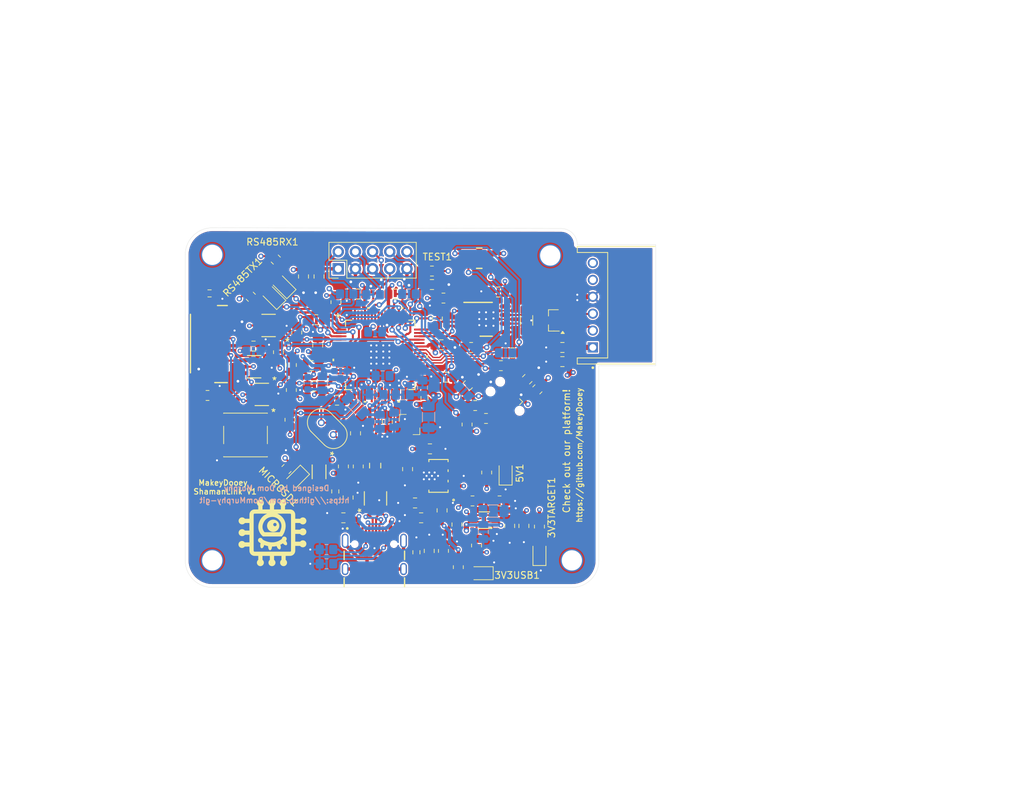
<source format=kicad_pcb>
(kicad_pcb (version 20241229) (generator "pcbnew") (generator_version "9.0")
  (layers (0 "F.Cu" signal "Front") (4 "In1.Cu" power) (6 "In2.Cu" mixed) (2 "B.Cu" signal "Back") (13 "F.Paste" user) (15 "B.Paste" user) (5 "F.SilkS" user "F.Silkscreen") (7 "B.SilkS" user "B.Silkscreen") (1 "F.Mask" user) (3 "B.Mask" user) (25 "Edge.Cuts" user))
  (net 0 "")
  (net 1 "GND")
  (net 2 "Net-(U1-VBAT_DCDC)")
  (net 3 "Net-(U1-FB)")
  (net 4 "GNDA")
  (net 5 "Net-(D2-A1)")
  (net 6 "Net-(D2-A2)")
  (net 7 "Net-(J6-SHELL_GND)")
  (net 11 "Net-(J3-CLK)")
  (net 12 "Net-(J5-~{RESET})")
  (net 13 "Net-(J5-SWDIO)")
  (net 14 "Net-(J5-SWCLK)")
  (net 17 "Net-(J6-CC2)")
  (net 18 "Net-(J6-CC1)")
  (net 19 "Net-(U1-LX)")
  (net 20 "Net-(U1-USB1_DM)")
  (net 21 "Net-(U1-USB1_DP)")
  (net 22 "Net-(U1-USB1_VBUS)")
  (net 23 "Net-(U4-PR1)")
  (net 24 "Net-(U4-ST)")
  (net 31 "SWO")
  (net 34 "CLOCK32M_N")
  (net 35 "CLOCK32M_P")
  (net 36 "+5V")
  (net 37 "+3.3V")
  (net 38 "+3.3VA")
  (net 39 "3.3VUSB")
  (net 40 "3.3VTARGET")
  (net 41 "ProRESET")
  (net 42 "RS485TXLED")
  (net 43 "RS485RXLED")
  (net 44 "SDLED")
  (net 45 "PIO0_25")
  (net 46 "PIO0_31")
  (net 47 "PIO0_8")
  (net 48 "PIO1_0")
  (net 49 "PIO0_24")
  (net 50 "PIO0_29")
  (net 51 "ProSWDIO")
  (net 52 "ProSWDCLK")
  (net 53 "PIO0_30")
  (net 54 "ProISP")
  (net 55 "SWD_IO")
  (net 56 "PRESET")
  (net 57 "PIO0_13")
  (net 58 "PIO0_21")
  (net 59 "PIO0_7")
  (net 60 "PIO1_1")
  (net 61 "PIO1_2")
  (net 62 "PIO1_3")
  (net 63 "PIO0_14")
  (net 64 "SWD_CLK")
  (net 67 "PIO0_20")
  (net 70 "Net-(J3-DAT1)")
  (net 71 "Net-(J3-DAT0)")
  (net 72 "Net-(J3-DAT2)")
  (net 73 "Net-(J3-DAT3{slash}CD)")
  (net 74 "Net-(J3-CMD)")
  (net 75 "Net-(CR3-Pad3)")
  (net 77 "Net-(J6-VBUS)")
  (net 78 "Net-(CR4-Pad6)")
  (net 79 "Net-(J6-DP1)")
  (net 80 "Net-(J6-DN1)")
  (net 81 "Net-(CR4-Pad4)")
  (net 82 "Net-(F1-Pad2)")
  (net 83 "Net-(J3-GND@1)")
  (net 84 "Net-(J3-POL)")
  (net 85 "Net-(J5-SWO)")
  (net 88 "Net-(3V3TARGET1-A)")
  (net 89 "Net-(3V3USB1-A)")
  (net 90 "Net-(5V1-A)")
  (net 91 "Net-(MICROSD1-A)")
  (net 92 "Net-(R25-Pad1)")
  (net 93 "Net-(R26-Pad1)")
  (net 94 "Net-(R27-Pad1)")
  (net 95 "Net-(RS485TX1-A)")
  (net 96 "Net-(RS485RX1-A)")
  (footprint "MountingHole:MountingHole_3mm_Pad_TopOnly" (layer "F.Cu") (at 80.9 71.2)
    (property "Reference" "H4" (hide yes))
    (property "Value" "MountingHole" (hide yes))
  )
  (footprint "Resistor_SMD:R_0603_1608Metric_Pad0.98x0.95mm_HandSolder" (layer "F.Cu") (at 112.3 92.4 -90)
    (property "Reference" "FB2" (hide yes))
    (property "Value" "MFBW1V1608-601-R" (hide yes))
  )
  (footprint "Capacitor_SMD:C_0805_2012Metric_Pad1.18x1.45mm_HandSolder" (layer "F.Cu") (at 113.1 99.9)
    (property "Reference" "C4" (hide yes))
    (property "Value" "10uF" (hide yes))
  )
  (footprint "Capacitor_SMD:C_0805_2012Metric_Pad1.18x1.45mm_HandSolder" (layer "F.Cu") (at 132.7 87 180)
    (property "Reference" "C37" (hide yes))
    (property "Value" "10uF" (hide yes))
  )
  (footprint "TPS2117:SOT-5X3-8_DRL_TEX-M" (layer "F.Cu") (at 121.149999 110.450001 180)
    (property "Reference" "U4" (hide yes))
    (property "Value" "PTPS2117DRLR" (hide yes))
  )
  (footprint "RS485Transceiver:D0008A_M" (layer "F.Cu") (at 121.425001 80.735)
    (property "Reference" "U2" (hide yes))
    (property "Value" "THVD1450D" (hide yes))
  )
  (footprint "Connector_PinHeader_2.54mm:PinHeader_2x05_P2.54mm_Vertical" (layer "F.Cu") (at 99.54 73.27 90)
    (property "Reference" "J2" (hide yes))
    (property "Value" "Conn_02x05_Odd_Even" (hide yes))
  )
  (footprint "Capacitor_SMD:C_0805_2012Metric_Pad1.18x1.45mm_HandSolder" (layer "F.Cu") (at 101 107.1 90)
    (property "Reference" "C34" (hide yes))
    (property "Value" "10uF" (hide yes))
  )
  (footprint "Capacitor_SMD:C_0805_2012Metric_Pad1.18x1.45mm_HandSolder" (layer "F.Cu") (at 113 115 90)
    (property "Reference" "C36" (hide yes))
    (property "Value" "4.7nF" (hide yes))
  )
  (footprint "Resistor_SMD:R_0805_2012Metric_Pad1.20x1.40mm_HandSolder" (layer "F.Cu") (at 115.1 115 90)
    (property "Reference" "R33" (hide yes))
    (property "Value" "1M" (hide yes))
  )
  (footprint "Capacitor_SMD:C_0805_2012Metric_Pad1.18x1.45mm_HandSolder" (layer "F.Cu") (at 123.2 76.7 180)
    (property "Reference" "C27" (hide yes))
    (property "Value" "0.1uF" (hide yes))
  )
  (footprint "Capacitor_SMD:C_0805_2012Metric_Pad1.18x1.45mm_HandSolder" (layer "F.Cu") (at 100.3 110.1 180)
    (property "Reference" "C3" (hide yes))
    (property "Value" "10nF" (hide yes))
  )
  (footprint "Capacitor_SMD:C_0805_2012Metric_Pad1.18x1.45mm_HandSolder" (layer "F.Cu") (at 110.9 107.9 180)
    (property "Reference" "C17" (hide yes))
    (property "Value" "100nF" (hide yes))
  )
  (footprint "Resistor_SMD:R_0805_2012Metric_Pad1.20x1.40mm_HandSolder" (layer "F.Cu") (at 92.6 91.2 -90)
    (property "Reference" "R8" (hide yes))
    (property "Value" "10k" (hide yes))
  )
  (footprint "Capacitor_SMD:C_0805_2012Metric_Pad1.18x1.45mm_HandSolder" (layer "F.Cu") (at 109.8 102.9 -90)
    (property "Reference" "C16" (hide yes))
    (property "Value" "100nF" (hide yes))
  )
  (footprint "Resistor_SMD:R_0805_2012Metric_Pad1.20x1.40mm_HandSolder" (layer "F.Cu") (at 90.7 85.6 -90)
    (property "Reference" "R9" (hide yes))
    (property "Value" "10k" (hide yes))
  )
  (footprint "Capacitor_SMD:C_0805_2012Metric_Pad1.18x1.45mm_HandSolder" (layer "F.Cu") (at 111.8 110.1 180)
    (property "Reference" "C18" (hide yes))
    (property "Value" "10uF" (hide yes))
  )
  (footprint "TVS2Line:SOT23-6L_STM-M" (layer "F.Cu") (at 89.23315 81.649999 180)
    (property "Reference" "CR1" (hide yes))
    (property "Value" "USBLC6-2SC6" (hide yes))
  )
  (footprint "LDO_ShamanLink:SOT89-5_DIO" (layer "F.Cu") (at 114.3669 103.9 90)
    (property "Reference" "U3" (hide yes))
    (property "Value" "AP7361C-33Y5-13" (hide yes))
  )
  (footprint "Resistor_SMD:R_0603_1608Metric_Pad0.98x0.95mm_HandSolder" (layer "F.Cu") (at 80.5 76.9 180)
    (property "Reference" "FB6" (hide yes))
    (property "Value" "MFBW1V1608-601-R" (hide yes))
  )
  (footprint "Resistor_SMD:R_0805_2012Metric_Pad1.20x1.40mm_HandSolder" (layer "F.Cu") (at 121.4 95.4 180)
    (property "Reference" "R18" (hide yes))
    (property "Value" "33" (hide yes))
  )
  (footprint "Capacitor_SMD:C_0805_2012Metric_Pad1.18x1.45mm_HandSolder" (layer "F.Cu") (at 115.5 89.3)
    (property "Reference" "C41" (hide yes))
    (property "Value" "0.1uF" (hide yes))
  )
  (footprint "LED_SMD:LED_0805_2012Metric_Pad1.15x1.40mm_HandSolder" (layer "F.Cu") (at 91.3 75.7 135)
    (property "Reference" "RS485RX1")
    (property "Value" "GREEN" (hide yes))
  )
  (footprint "LED_SMD:LED_0805_2012Metric_Pad1.15x1.40mm_HandSolder" (layer "F.Cu") (at 124.3 103.4 90)
    (property "Reference" "5V1")
    (property "Value" "BLUE" (hide yes))
  )
  (footprint "Capacitor_SMD:C_0805_2012Metric_Pad1.18x1.45mm_HandSolder" (layer "F.Cu") (at 96.5 84.6 90)
    (property "Reference" "C12" (hide yes))
    (property "Value" "0.1uF" (hide yes))
  )
  (footprint "Resistor_SMD:R_0805_2012Metric_Pad1.20x1.40mm_HandSolder" (layer "F.Cu") (at 114.2 80.6 90)
    (property "Reference" "R14" (hide yes))
    (property "Value" "10k" (hide yes))
  )
  (footprint "Capacitor_SMD:C_0805_2012Metric_Pad1.18x1.45mm_HandSolder" (layer "F.Cu") (at 113.4 75.6)
    (property "Reference" "C28" (hide yes))
    (property "Value" "0.1uF" (hide yes))
  )
  (footprint "DLW21SN900HQ2L:IND_DLW21S_0805_MUR-M" (layer "F.Cu") (at 105.000001 102.3782 90)
    (property "Reference" "L2" (hide yes))
    (property "Value" "DLW21SN900HQ2L" (hide yes))
  )
  (footprint "Crystal16M:XTAL_ECS-160-20-46X" (layer "F.Cu") (at 97.916117 96.916117 -45)
    (property "Reference" "Y1" (hide yes))
    (property "Value" "ECS-160-20-46X" (hide yes))
  )
  (footprint "Capacitor_SMD:C_0805_2012Metric_Pad1.18x1.45mm_HandSolder" (layer "F.Cu") (at 124.9 111.3 -90)
    (property "Reference" "C24" (hide yes))
    (property "Value" "0.1uF" (hide yes))
  )
  (footprint "CustomFootprints:Inductor_Sumida_CDRH2D11" (layer "F.Cu") (at 110.1 96.3 -90)
    (property "Reference" "L1" (hide yes))
    (property "Value" "4.7uH CDRH2D11NP-4R7NC" (hide yes))
  )
  (footprint "Resistor_SMD:R_0805_2012Metric_Pad1.20x1.40mm_HandSolder" (layer "F.Cu") (at 96.3 80.8 180)
    (property "Reference" "R21" (hide yes))
    (property "Value" "22" (hide yes))
  )
  (footprint "Resistor_SMD:R_0805_2012Metric_Pad1.20x1.40mm_HandSolder" (layer "F.Cu") (at 119.4 107.6)
    (property "Reference" "R7" (hide yes))
    (property "Value" "110kR" (hide yes))
  )
  (footprint "Capacitor_SMD:C_0805_2012Metric_Pad1.18x1.45mm_HandSolder" (layer "F.Cu") (at 96 90.6 180)
    (property "Reference" "C9" (hide yes))
    (property "Value" "0.1uF" (hide yes))
  )
  (footprint "Resistor_SMD:R_0805_2012Metric_Pad1.20x1.40mm_HandSolder" (layer "F.Cu") (at 118.6 96.3 90)
    (property "Reference" "R35" (hide yes))
    (property "Value" "10k" (hide yes))
  )
  (footprint "Resistor_SMD:R_0805_2012Metric_Pad1.20x1.40mm_HandSolder" (layer "F.Cu") (at 93.4 82.7 -90)
    (property "Reference" "R11" (hide yes))
    (property "Value" "10k" (hide yes))
  )
  (footprint "Resistor_SMD:R_0805_2012Metric_Pad1.20x1.40mm_HandSolder" (layer "F.Cu") (at 113.4 73.6 180)
    (property "Reference" "R17" (hide yes))
    (property "Value" "10k" (hide yes))
  )
  (footprint "Resistor_SMD:R_0805_2012Metric_Pad1.20x1.40mm_HandSolder" (layer "F.Cu") (at 123.4 107.6)
    (property "Reference" "R6" (hide yes))
    (property "Value" "56kR" (hide yes))
  )
  (footprint "LED_SMD:LED_0805_2012Metric_Pad1.15x1.40mm_HandSolder" (layer "F.Cu") (at 93.3 104.3 -135)
    (property "Reference" "MICROSD1")
    (property "Value" "YELLOW" (hide yes))
  )
  (footprint "Resistor_SMD:R_0805_2012Metric_Pad1.20x1.40mm_HandSolder" (layer "F.Cu") (at 119.2 84.9 180)
    (property "Reference" "R26" (hide yes))
    (property "Value" "0" (hide yes))
  )
  (footprint "Capacitor_SMD:C_0805_2012Metric_Pad1.18x1.45mm_HandSolder" (layer "F.Cu") (at 106.8 95.9 -90)
    (property "Reference" "C33" (hide yes))
    (property "Value" "47pF" (hide yes))
  )
  (footprint "Capacitor_SMD:C_0805_2012Metric_Pad1.18x1.45mm_HandSolder" (layer "F.Cu") (at 114.9 109 90)
    (property "Reference" "C21" (hide yes))
    (property "Value" "4.7uF" (hide yes))
  )
  (footprint "Capacitor_SMD:C_0805_2012Metric_Pad1.18x1.45mm_HandSolder" (layer "F.Cu") (at 127.5 89.6 45)
    (property "Reference" "C42" (hide yes))
    (property "Value" "0.1uF" (hide yes))
  )
  (footprint "Button_Switch_SMD:SW_SPST_PTS645Sx43SMTR92" (layer "F.Cu") (at 85.82 97.85)
    (property "Reference" "SW1" (hide yes))
    (property "Value" "SW_Push" (hide yes))
  )
  (footprint "Resistor_SMD:R_0603_1608Metric_Pad0.98x0.95mm_HandSolder" (layer "F.Cu") (at 99.1 106.2 90)
    (property "Reference" "FB4" (hide yes))
    (property "Value" "MFBW1V1608-601-R" (hide yes))
  )
  (footprint "LED_SMD:LED_0805_2012Metric_Pad1.15x1.40mm_HandSolder" (layer "F.Cu") (at 129.3 115.3 90)
    (property "Reference" "3V3TARGET1")
    (property "Value" "GREEN" (hide yes))
  )
  (footprint "Resistor_SMD:R_0805_2012Metric_Pad1.20x1.40mm_HandSolder" (layer "F.Cu") (at 102.5 102.5 -90)
    (property "Reference" "R4" (hide yes))
    (property "Value" "20kR" (hide yes))
  )
  (footprint "Resistor_SMD:R_0805_2012Metric_Pad1.20x1.40mm_HandSolder" (layer "F.Cu") (at 119.8 93.5 180)
    (property "Reference" "R19" (hide yes))
    (property "Value" "33" (hide yes))
  )
  (footprint "Capacitor_SMD:C_0805_2012Metric_Pad1.18x1.45mm_HandSolder" (layer "F.Cu") (at 96.7 74.4 -90)
    (property "Reference" "C39" (hide yes))
    (property "Value" "0.1uF" (hide yes))
  )
  (footprint "TVS2Line:SOT23-6L_STM-M" (layer "F.Cu") (at 88.23315 91.850001 180)
    (property "Reference" "CR3" (hide yes))
    (property "Value" "USBLC6-2SC6" (hide yes))
  )
  (footprint "MountingHole:MountingHole_3mm_Pad_TopOnly" (layer "F.Cu") (at 134.1 116.4)
    (property "Reference" "H3" (hide yes))
    (property "Value" "MountingHole" (hide yes))
  )
  (footprint "Capacitor_SMD:C_0805_2012Metric_Pad1.18x1.45mm_HandSolder" (layer "F.Cu") (at 102.5 77 180)
    (property "Reference" "C31" (hide yes))
    (property "Value" "0.1uF" (hide yes))
  )
  (footprint "Resistor_SMD:R_0805_2012Metric_Pad1.20x1.40mm_HandSolder" (layer "F.Cu") (at 91.885786 102.885786 -135)
    (property "Reference" "R30" (hide yes))
    (property "Value" "1k" (hide yes))
  )
  (footprint "Resistor_SMD:R_0805_2012Metric_Pad1.20x1.40mm_HandSolder" (layer "F.Cu") (at 86.6 77.4 -45)
    (property "Reference" "R28" (hide yes))
    (property "Value" "1k" (hide yes))
  )
  (footprint "Resistor_SMD:R_1206_3216Metric_Pad1.30x1.75mm_HandSolder" (layer "F.Cu") (at 127.4 80.9 90)
    (property "Reference" "R13" (hide yes))
    (property "Value" "120")
  )
  (footprint "Capacitor_SMD:C_0805_2012Metric_Pad1.18x1.45mm_HandSolder" (layer "F.Cu") (at 94.4 74.4 -90)
    (property "Reference" "C40" (hide yes))
    (property "Value" "10uF" (hide yes))
  )
  (footprint "Resistor_SMD:R_0805_2012Metric_Pad1.20x1.40mm_HandSolder" (layer "F.Cu") (at 80.2 92)
    (property "Reference" "R34" (hide yes))
    (property "Value" "0" (hide yes))
  )
  (footprint "Capacitor_SMD:C_0805_2012Metric_Pad1.18x1.45mm_HandSolder" (layer "F.Cu") (at 87 84.7)
    (property "Reference" "C25" (hide yes))
    (property "Value" "0.1uF" (hide yes))
  )
  (footprint "MakeyDooeyLogo:MakeyDooeyLogo" (layer "F.Cu") (at 89.64168 112.542944)
    (property "Reference" "G***" (hide yes))
    (property "Value" "LOGO" (hide yes))
  )
  (footprint "Capacitor_SMD:C_0805_2012Metric_Pad1.18x1.45mm_HandSolder" (layer "F.Cu") (at 117.1 111.1 -90)
    (property "Reference" "C22" (hide yes))
    (property "Value" "0.1uF" (hide yes))
  )
  (footprint "Capacitor_SMD:C_0805_2012Metric_Pad1.18x1.45mm_HandSolder" (layer "F.Cu") (at 99.3625 92.7)
    (property "Reference" "C2" (hide yes))
    (property "Value" "33pF" (hide yes))
  )
  (footprint "Capacitor_SMD:C_0805_2012Metric_Pad1.18x1.45mm_HandSolder" (layer "F.Cu") (at 108 77)
    (property "Reference" "C11" (hide yes))
    (property "Value" "0.1uF" (hide yes))
  )
  (footprint "multicolorLED:multicolorLED" (layer "F.Cu") (at 120.4 71.7)
    (property "Reference" "TEST1")
    (property "Value" "WL-SFTW_3528_PLCC4" (hide yes))
  )
  (footprint "LPC55S69JBD64K:HTQFP64_SOT855-5_NXP-M" (layer "F.Cu") (at 105.75 86)
    (property "Reference" "U1" (hide yes))
    (property "Value" "LPC55S69JBD64K" (hide yes))
  )
  (footprint "TVS2Line:SOT23-6L_STM-M" (layer "F.Cu") (at 87.1 87.749999 180)
    (property "Reference" "CR2" (hide yes))
    (property "Value" "USBLC6-2SC6" (hide yes))
  )
  (footprint "Resistor_SMD:R_0805_2012Metric_Pad1.20x1.40mm_HandSolder" (layer "F.Cu") (at 129 91.1 -135)
    (property "Reference" "R37" (hide yes))
    (property "Value" "10k" (hide yes))
  )
  (footprint "Capacitor_SMD:C_0805_2012Metric_Pad1.18x1.45mm_HandSolder" (layer "F.Cu") (at 114.8 84.5)
    (property "Reference" "C10" (hide yes))
    (property "Value" "0.1uF" (hide yes))
  )
  (footprint "polyfuse1_5A32V:1206LSeries_LTF-M" (layer "F.Cu") (at 96.7 103.3 -90)
    (property "Reference" "F1" (hide yes))
    (property "Value" "1206L075/13.2WR" (hide yes))
  )
  (footprint "Resistor_SMD:R_0805_2012Metric_Pad1.20x1.40mm_HandSolder" (layer "F.Cu") (at 118.7 90.5 45)
    (property "Reference" "R36" (hide yes))
    (property "Value" "10k" (hide yes))
  )
  (footprint "TVS2Line:SOT23-6L_STM-M" (layer "F.Cu") (at 105.049999 107.23315 90)
    (property "Reference" "CR4" (hide yes))
    (property "Value" "USBLC6-2SC6" (hide yes))
  )
  (footprint "Resistor_SMD:R_0805_2012Metric_Pad1.20x1.40mm_HandSolder" (layer "F.Cu") (at 115.1 77.6)
    (property "Reference" "R15" (hide yes))
    (property "Value" "10k" (hide yes))
  )
  (footprint "Capacitor_SMD:C_0805_2012Metric_Pad1.18x1.45mm_HandSolder" (layer "F.Cu") (at 95.6 87.6 180)
    (property "Reference" "C15" (hide yes))
    (property "Value" "0.1uF" (hide yes))
  )
  (footprint "LED_SMD:LED_0805_2012Metric_Pad1.15x1.40mm_HandSolder" (layer "F.Cu") (at 120.6 118.3 180)
    (property "Reference" "3V3USB1")
    (property "Value" "YELLOW" (hide yes))
  )
  (footprint "MountingHole:MountingHole_3mm_Pad_TopOnly" (layer "F.Cu") (at 130.9 71.3)
    (property "Reference" "H1" (hide yes))
    (property "Value" "MountingHole" (hide yes))
  )
  (footprint "Resistor_SMD:R_0805_2012Metric_Pad1.20x1.40mm_HandSolder" (layer "F.Cu") (at 90.3 71.9 -45)
    (property "Reference" "R29" (hide yes))
    (property "Value" "1k" (hide yes))
  )
  (footprint "Resistor_SMD:R_0805_2012Metric_Pad1.20x1.40mm_HandSolder" (layer "F.Cu") (at 129.3 111.4 -90)
    (property "Reference" "R24" (hide yes))
    (property "Value" "1k" (hide yes))
  )
  (footprint "Capacitor_SMD:C_0805_2012Metric_Pad1.18x1.45mm_HandSolder" (layer "F.Cu") (at 127 111.3 -90)
    (property "Reference" "C19" (hide yes))
    (property "Value" "4.7uF" (hide yes))
  )
  (footprint "Resistor_SMD:R_0805_2012Metric_Pad1.20x1.40mm_HandSolder" (layer "F.Cu") (at 100.3 102.5 90)
    (property "Reference" "R3" (hide yes))
    (property "Value" "10kR" (hide yes))
  )
  (footprint "Capacitor_SMD:C_0805_2012Metric_Pad1.18x1.45mm_HandSolder" (layer "F.Cu") (at 132.7 84.9 180)
    (property "Reference" "C38" (hide yes))
    (property "Value" "0.1uF" (hide yes))
  )
  (footprint "Package_TO_SOT_SMD:SOT-23_Handsoldering" (layer "F.Cu") (at 131.4 80.9 180)
    (property "Reference" "D2" (hide yes))
    (property "Value" "SM712_SOT23" (hide yes))
  )
  (footprint "Resistor_SMD:R_0805_2012Metric_Pad1.20x1.40mm_HandSolder" (layer "F.Cu") (at 99.2 78.2 -90)
    (property "Reference" "R10" (hide yes))
    (property "Value" "10k" (hide yes))
  )
  (footprint "Connector:Tag-Connect_TC2030-IDC-NL_2x03_P1.27mm_Vertical" (layer "F.Cu") (at 124.574389 92.484189 135)
    (property "Reference" "J5" (hide yes))
    (property "Value" "Conn_ARM_SWD_TagConnect_TC2030-NL" (hide yes))
  )
  (footprint "Resistor_SMD:R_0603_1608Metric_Pad0.98x0.95mm_HandSolder" (layer "F.Cu") (at 111.1 115.2 90)
    (property "Reference" "FB3" (hide yes))
    (property "Value" "MFBW1V1608-601-R" (hide yes))
  )
  (footprint "Resistor_SMD:R_0805_2012Metric_Pad1.20x1.40mm_HandSolder" (layer "F.Cu") (at 125.3 85.7 180)
    (property "Reference" "R25" (hide yes))
    (property "Value" "330" (hide yes))
  )
  (footprint "Capacitor_SMD:C_0805_2012Metric_Pad1.18x1.45mm_HandSolder" (layer "F.Cu") (at 102.1 97.6 90)
    (property "Reference" "C1" (hide yes))
    (property "Value" "33pF" (hide yes))
  )
  (footprint "JSTS6B-XH-A-1:JST_S6B-XH-A" (layer "F.Cu") (at 142.9 78.65 90)
    (property "Reference" "J1" (hide yes))
    (property "Value" "S6B-XH-A" (hide yes))
  )
  (footprint "MountingHole:MountingHole_3mm_Pad_TopOnly" (layer "F.Cu") (at 80.9 116.4)
    (property "Reference" "H2" (hide yes))
    (property "Value" "MountingHole" (hide yes))
  )
  (footprint "LED_SMD:LED_0805_2012Metric_Pad1.15x1.40mm_HandSolder" (layer "F.Cu") (at 89.8 77.3 135)
    (property "Reference" "RS485TX1")
    (property "Value" "RED" (hide yes))
  )
  (footprint "Resistor_SMD:R_0805_2012Metric_Pad1.20x1.40mm_HandSolder" (layer "F.Cu") (at 123.6 87.6 180)
    (property "Reference" "R20" (hide yes))
    (property "Value" "33" (hide yes))
  )
  (footprint "Resistor_SMD:R_0805_2012Metric_Pad1.20x1.40mm_HandSolder" (layer "F.Cu") (at 121.5 103.4 90)
    (property "Reference" "R22" (hide yes))
    (property "Value" "1k" (hide yes))
  )
  (footprint "Resistor_SMD:R_0805_2012Metric_Pad1.20x1.40mm_HandSolder" (layer "F.Cu") (at 92.6 87.5 90)
    (property "Reference" "R12" (hide yes))
    (property "Value" "10k" (hide yes))
  )
  (footprint "Resistor_SMD:R_0805_2012Metric_Pad1.20x1.40mm_HandSolder" (layer "F.Cu") (at 92.4 95.6 90)
    (property "Reference" "R5" (hide yes))
    (property "Value" "10kR" (hide yes))
  )
  (footprint "Resistor_SMD:R_0805_2012Metric_Pad1.20x1.40mm_HandSolder" (layer "F.Cu") (at 117.3 117.4 -90)
    (property "Reference" "R23" (hide yes))
    (property "Value" "1k" (hide yes))
  )
  (footprint "MicroSD:MOLEX_0475710001" (layer "F.Cu") (at 80.4 84.4 -90)
    (property "Reference" "J3" (hide yes))
    (property "Value" "0475710001" (hide yes))
  )
  (footprint "USB2Recepticle:GCT_USB4105-GF-A" (layer "F.Cu") (at 104.88 117.68)
    (property "Reference" "J6" (hide yes))
    (property "Value" "USB4105-GF-A" (hide yes))
  )
  (footprint "Resistor_SMD:R_0805_2012Metric_Pad1.20x1.40mm_HandSolder" (layer "F.Cu") (at 120 114.2 90)
    (property "Reference" "RST1" (hide yes))
    (property "Value" "100kR" (hide yes))
  )
  (footprint "Resistor_SMD:R_0805_2012Metric_Pad1.20x1.40mm_HandSolder" (layer "B.Cu") (at 118.1 91.4 135)
    (property "Reference" "R38" (hide yes))
    (property "Value" "33" (hide yes))
  )
  (footprint "Resistor_SMD:R_0805_2012Metric_Pad1.20x1.40mm_HandSolder" (layer "B.Cu") (at 97.8 114.8 180)
    (property "Reference" "R1" (hide yes))
    (property "Value" "5.1kR" (hide yes))
  )
  (footprint "Resistor_SMD:R_0805_2012Metric_Pad1.20x1.40mm_HandSolder" (layer "B.Cu") (at 97.8 116.9 180)
    (property "Reference" "R2" (hide yes))
    (property "Value" "5.1kR" (hide yes))
  )
  (footprint "Capacitor_SMD:C_0805_2012Metric_Pad1.18x1.45mm_HandSolder" (layer "B.Cu") (at 107.8 95.6 -90)
    (property "Reference" "C29" (hide yes))
    (property "Value" "0.1uF" (hide yes))
  )
  (footprint "Capacitor_SMD:C_0805_2012Metric_Pad1.18x1.45mm_HandSolder" (layer "B.Cu") (at 121 112.2 -90)
    (property "Reference" "C23" (hide yes))
    (property "Value" "0.1uF" (hide yes))
  )
  (footprint "Capacitor_SMD:C_1206_3216Metric_Pad1.33x1.80mm_HandSolder" (layer "B.Cu") (at 102.1 93.5 135)
    (property "Reference" "C6" (hide yes))
    (property "Value" "22uF" (hide yes))
  )
  (footprint "Resistor_SMD:R_0805_2012Metric_Pad1.20x1.40mm_HandSolder" (layer "B.Cu") (at 124.3 85.7 180)
    (property "Reference" "R27" (hide yes))
    (property "Value" "0" (hide yes))
  )
  (footprint "Resistor_SMD:R_0805_2012Metric_Pad1.20x1.40mm_HandSolder" (layer "B.Cu") (at 110 77)
    (property "Reference" "R16" (hide yes))
    (property "Value" "10k" (hide yes))
  )
  (footprint "Capacitor_SMD:C_0805_2012Metric_Pad1.18x1.45mm_HandSolder" (layer "B.Cu") (at 112 90.8375 90)
    (property "Reference" "C7" (hide yes))
    (property "Value" "100nF" (hide yes))
  )
  (footprint "Resistor_SMD:R_0603_1608Metric_Pad0.98x0.95mm_HandSolder" (layer "B.Cu") (at 95 90.2 90)
    (property "Reference" "FB1" (hide yes))
    (property "Value" "MFBW1V1608-601-R" (hide yes))
  )
  (footprint "Capacitor_SMD:C_0805_2012Metric_Pad1.18x1.45mm_HandSolder" (layer "B.Cu") (at 105.2 91.9 180)
    (property "Reference" "C35" (hide yes))
    (property "Value" "0.1uF")
  )
  (footprint "Capacitor_SMD:C_0805_2012Metric_Pad1.18x1.45mm_HandSolder" (layer "B.Cu") (at 105.7 95.9 -90)
    (property "Reference" "C30" (hide yes))
    (property "Value" "0.1uF" (hide yes))
  )
  (footprint "Capacitor_SMD:C_1206_3216Metric_Pad1.33x1.80mm_HandSolder" (layer "B.Cu") (at 112.9 95.2 -90)
    (property "Reference" "C8" (hide yes))
    (property "Value" "22uF" (hide yes))
  )
  (footprint "Capacitor_SMD:C_1206_3216Metric_Pad1.33x1.80mm_HandSolder" (layer "B.Cu") (at 122.5 109.1)
    (property "Reference" "C20" (hide yes))
    (property "Value" "22uF" (hide yes))
  )
  (footprint "Capacitor_SMD:C_0805_2012Metric_Pad1.18x1.45mm_HandSolder" (layer "B.Cu") (at 109.1 91.9 180)
    (property "Reference" "C5" (hide yes))
    (property "Value" "47pF" (hide yes))
  )
  (footprint "Capacitor_SMD:C_0805_2012Metric_Pad1.18x1.45mm_HandSolder" (layer "B.Cu") (at 97.2 90.2 90)
    (property "Reference" "C14" (hide yes))
    (property "Value" "1uF" (hide yes))
  )
  (footprint "Capacitor_SMD:C_0805_2012Metric_Pad1.18x1.45mm_HandSolder" (layer "B.Cu") (at 106.1 89.1 180)
    (property "Reference" "C32" (hide yes))
    (property "Value" "10uF" (hide yes))
  )
  (footprint "Capacitor_SMD:C_0805_2012Metric_Pad1.18x1.45mm_HandSolder" (layer "B.Cu") (at 105 82.6)
    (property "Reference" "C13" (hide yes))
    (property "Value" "10uF" (hide yes))
  )
  (footprint "Capacitor_SMD:C_0805_2012Metric_Pad1.18x1.45mm_HandSolder" (layer "B.Cu") (at 87 85.5)
    (property "Reference" "C26" (hide yes))
    (property "Value" "10uF" (hide yes))
  )
  (footprint "Resistor_SMD:R_0603_1608Metric_Pad0.98x0.95mm_HandSolder" (layer "B.Cu") (at 99.9 88.4)
    (property "Reference" "FB5" (hide yes))
    (property "Value" "MFBW1V1608-601-R" (hide yes))
  )
  (footprint "Resistor_SMD:R_0805_2012Metric_Pad1.20x1.40mm_HandSolder" (layer "B.Cu") (at 104.7 77.1 180)
    (property "Reference" "R31" (hide yes))
    (property "Value" "100k" (hide yes))
  )
  (footprint "Resistor_SMD:R_0805_2012Metric_Pad1.20x1.40mm_HandSolder" (layer "B.Cu") (at 100.8 77)
    (property "Reference" "R32" (hide yes))
    (property "Value" "100k" (hide yes))
  )
  (gr_line (start 146.5 69.7) (end 134.9 69.7) (stroke (width 0.0381)) (layer "Edge.Cuts"))
  (gr_arc (start 138.1 116.4) (mid 136.928427 119.228427) (end 134.1 120.4) (stroke (width 0.0381)) (layer "Edge.Cuts"))
  (gr_arc (start 76.9 71.2) (mid 78.071573 68.371573) (end 80.9 67.2) (stroke (width 0.0381)) (layer "Edge.Cuts"))
  (gr_line (start 76.9 71.2) (end 76.9 116.4) (stroke (width 0.0381)) (layer "Edge.Cuts"))
  (gr_line (start 132.5 67.3) (end 80.9 67.2) (stroke (width 0.0381)) (layer "Edge.Cuts"))
  (gr_line (start 80.9 120.4) (end 134.1 120.4) (stroke (width 0.0381)) (layer "Edge.Cuts"))
  (gr_line (start 146.5 87.6) (end 146.5 69.7) (stroke (width 0.0381)) (layer "Edge.Cuts"))
  (gr_arc (start 132.5 67.3) (mid 134.197056 68.002944) (end 134.9 69.7) (stroke (width 0.0381)) (layer "Edge.Cuts"))
  (gr_arc (start 80.9 120.4) (mid 78.071573 119.228427) (end 76.9 116.4) (stroke (width 0.0381)) (layer "Edge.Cuts"))
  (gr_line (start 138.1 87.6) (end 138.1 116.4) (stroke (width 0.0381)) (layer "Edge.Cuts"))
  (gr_line (start 146.5 87.6) (end 138.1 87.6) (stroke (width 0.0381)) (layer "Edge.Cuts"))
  (gr_text "https://github.com/MakeyDooey" (at 135.7 110.9 90) (layer "F.SilkS") (effects (font (size 0.8128 0.8128) (thickness 0.1524) (bold yes)) (justify left bottom)))
  (gr_text "Check out our platform!" (at 133.9 109.5 90) (layer "F.SilkS") (effects (font (size 1 1)) (justify left bottom)))
  (gr_text "MakeyDooey \nShamanLink V1" (at 82.8 106.7 0) (layer "F.SilkS") (effects (font (size 0.8128 0.8128) (thickness 0.1524) (bold yes)) (justify bottom)))
  (gr_text "Designed by Dom Murphy" (at 98.3 106.2 0) (layer "B.SilkS") (effects (font (size 0.8128 0.8128) (thickness 0.1524) (bold yes)) (justify left bottom mirror)))
  (gr_text "https://github.com/DomMurphy-git" (at 101.3 108 0) (layer "B.SilkS") (effects (font (size 0.8128 0.8128) (thickness 0.1524) (bold yes)) (justify left bottom mirror)))
  (segment (start 116.4 84.5) (end 115.8375 84.5) (width 0.508) (layer "F.Cu") (net 1))
  (segment (start 137.2 77.4) (end 135.4 77.4) (width 0.762) (layer "F.Cu") (net 1))
  (segment (start 114.2 79.6) (end 114 79.6) (width 0.3) (layer "F.Cu") (net 1))
  (segment (start 94.4 75.4375) (end 94.4 76.8) (width 0.5) (layer "F.Cu") (net 1))
  (segment (start 113.3 89.2) (end 113.249999 89.250001) (width 0.3) (layer "F.Cu") (net 1))
  (segment (start 88.0375 84.7) (end 88.0375 84.4625) (width 0.5) (layer "F.Cu") (net 1))
  (segment (start 114.4375 75.6) (end 115.9 75.6) (width 0.3) (layer "F.Cu") (net 1))
  (segment (start 113 113.9625) (end 113 112.6) (width 0.508) (layer "F.Cu") (net 1))
  (segment (start 90.550001 91.850001) (end 89.7 91.850001) (width 0.3) (layer "F.Cu") (net 1))
  (segment (start 129.3 117.7) (end 129.5 117.9) (width 0.5) (layer "F.Cu") (net 1))
  (segment (start 120.8 76.7) (end 120.7 76.6) (width 0.3) (layer "F.Cu") (net 1))
  (segment (start 110.7625 110.1) (end 109.8 110.1) (width 0.5) (layer "F.Cu") (net 1))
  (segment (start 88.0375 84.4625) (end 88.8 83.7) (width 0.5) (layer "F.Cu") (net 1))
  (segment (start 114.1375 99.9) (end 115.4 99.9) (width 0.508) (layer "F.Cu") (net 1))
  (segment (start 109.0375 76.6625) (end 110 75.7) (width 0.3) (layer "F.Cu") (net 1))
  (segment (start 101.68 112.38) (end 101.1 111.8) (width 0.508) (layer "F.Cu") (net 1))
  (segment (start 101.3 80.2) (end 100.9 80.2) (width 0.5) (layer "F.Cu") (net 1))
  (segment (start 116.5375 89.3) (end 117.9 89.3) (width 0.3) (layer "F.Cu") (net 1))
  (segment (start 90.7 81.649999) (end 91.849999 81.649999) (width 0.3) (layer "F.Cu") (net 1))
  (segment (start 100.8 78) (end 100.8 77.6625) (width 0.5) (layer "F.Cu") (net 1))
  (segment (start 115.1 112.7) (end 115 112.6) (width 0.5) (layer "F.Cu") (net 1))
  (segment (start 117.1 112.1375) (end 117.1 113.6) (width 0.3) (layer "F.Cu") (net 1))
  (segment (start 119.407107 89.792893) (end 120.3 88.9) (width 0.45) (layer "F.Cu") (net 1))
  (segment (start 99.2625 110.1) (end 98.6 110.1) (width 0.508) (layer "F.Cu") (net 1))
  (segment (start 122.1625 76.7) (end 120.8 76.7) (width 0.3) (layer "F.Cu") (net 1))
  (segment (start 81.4125 76.9) (end 81.6 76.9) (width 0.5) (layer "F.Cu") (net 1))
  (segment (start 95.8 82.6) (end 96.5 83.3) (width 0.5) (layer "F.Cu") (net 1))
  (segment (start 94.9625 90.6) (end 94.5 90.6) (width 0.5) (layer "F.Cu") (net 1))
  (segment (start 96.7 75.4375) (end 96.7 76.3) (width 0.5) (layer "F.Cu") (net 1))
  (segment (start 131.6625 84.9) (end 130.3 84.9) (width 0.762) (layer "F.Cu") (net 1))
  (segment (start 109.8 103.9375) (end 109.8 104.9) (width 0.508) (layer "F.Cu") (net 1))
  (segment (start 101 106.0625) (end 102.0625 106.0625) (width 0.508) (layer "F.Cu") (net 1))
  (segment (start 90 100.1) (end 91.8 100.1) (width 0.3) (layer "F.Cu") (net 1))
  (segment (start 82.315 82.45) (end 84.15 82.45) (width 0.3) (layer "F.Cu") (net 1))
  (segment (start 109.307109 74.792891) (end 109.7 74.4) (width 0.5) (layer "F.Cu") (net 1))
  (segment (start 129.9 80.9) (end 128.1 80.9) (width 0.3) (layer "F.Cu") (net 1))
  (segment (start 122.3 111.200002) (end 122.3 111.8) (width 0.3) (layer "F.Cu") (net 1))
  (segment (start 114.9 107.9625) (end 116.4375 107.9625) (width 0.3) (layer "F.Cu") (net 1))
  (segment (start 135.4 77.4) (end 135.2 77.4) (width 0.762) (layer "F.Cu") (net 1))
  (segment (start 129.3 116.325) (end 129.3 117.7) (width 0.5) (layer "F.Cu") (net 1))
  (segment (start 111.1 114.2875) (end 111.1 114.3) (width 0.3) (layer "F.Cu") (net 1))
  (segment (start 104.5 91.7785) (end 104.5 90.767743) (width 0.3) (layer "F.Cu") (net 1))
  (segment (start 81.6 76.9) (end 82.4 77.7) (width 0.5) (layer "F.Cu") (net 1))
  (segment (start 102.7625 96.5625) (end 102.1 96.5625) (width 0.3) (layer "F.Cu") (net 1))
  (segment (start 81.2 92) (end 81.2 91.4) (width 0.5) (layer "F.Cu") (net 1))
  (segment (start 122.3 111.8) (end 123 112.5) (width 0.3) (layer "F.Cu") (net 1))
  (segment (start 109.8625 107.9) (end 108.4 107.9) (width 0.5) (layer "F.Cu") (net 1))
  (segment (start 116.4375 107.9625) (end 116.5 107.9) (width 0.3) (layer "F.Cu") (net 1))
  (segment (start 115.1 114) (end 115.1 112.7) (width 0.5) (layer "F.Cu") (net 1))
  (segment (start 102.825 96.5) (end 102.7625 96.5625) (width 0.3) (layer "F.Cu") (net 1))
  (segment (start 101.1 111.8) (end 101 111.7) (width 0.508) (layer "F.Cu") (net 1))
  (segment (start 100.9 80.2) (end 100.8 80.1) (width 0.5) (layer "F.Cu") (net 1))
  (segment (start 111.1 113) (end 111.1 114.2875) (width 0.508) (layer "F.Cu") (net 1))
  (segment (start 108.5 90.588927) (end 108.537766 90.551161) (width 0.3) (layer "F.Cu") (net 1))
  (segment (start 100.8 77.6625) (end 101.4625 77) (width 0.5) (layer "F.Cu") (net 1))
  (segment (start 128.233623 88.866377) (end 129.2 87.9) (width 0.45) (layer "F.Cu") (net 1))
  (segment (start 102 80.2215) (end 101.3215 80.2215) (width 0.3) (layer "F.Cu") (net 1))
  (segment (start 91.849999 81.649999) (end 91.9 81.7) (width 0.3) (layer "F.Cu") (net 1))
  (segment (start 106.8 98.1) (end 106.8 96.9375) (width 0.5) (layer "F.Cu") (net 1))
  (segment (start 84.15 82.45) (end 84.2 82.4) (width 0.3) (layer "F.Cu") (net 1))
  (segment (start 101.68 112.425) (end 101.68 112.38) (width 0.508) (layer "F.Cu") (net 1))
  (segment (start 131.6625 87) (end 130.3 87) (width 0.762) (layer "F.Cu") (net 1))
  (segment (start 90.67515 91.725452) (end 90.67455 91.725452) (width 0.3) (layer "F.Cu") (net 1))
  (segment (start 101.3215 80.2215) (end 101.3 80.2) (width 0.3) (layer "F.Cu") (net 1))
  (segment (start 89.5 87.7) (end 89.7 87.9) (width 0.3) (layer "F.Cu") (net 1))
  (segment (start 102.08 74.52) (end 101.4 75.2) (width 0.5) (layer "F.Cu") (net 1))
  (segment (start 124.3 104.425) (end 124.3 105.9) (width 0.5) (layer "F.Cu") (net 1))
  (segment (start 96.7 76.3) (end 96.2 76.8) (width 0.5) (layer "F.Cu") (net 1))
  (segment (start 105.6 107.5) (end 105.049999 108.050001) (width 0.3) (layer "F.Cu") (net 1))
  (segment (start 123.237151 91.137151) (end 122.1 90) (width 0.5) (layer "F.Cu") (net 1))
  (segment (start 100.4 93.9) (end 100.4 92.7) (width 0.3) (layer "F.Cu") (net 1))
  (segment (start 109.7 74.4) (end 109.7 73.27) (width 0.5) (layer "F.Cu") (net 1))
  (segment (start 101 111.7) (end 100.2 111.7) (width 0.508) (layer "F.Cu") (net 1))
  (segment (start 124.249999 84.249999) (end 124.3 84.3) (width 0.3) (layer "F.Cu") (net 1))
  (segment (start 88.56685 87.7) (end 89.5 87.7) (width 0.3) (layer "F.Cu") (net 1))
  (segment (start 102.08 73.27) (end 102.08 74.52) (width 0.5) (layer "F.Cu") (net 1))
  (segment (start 116.8 84.9) (end 116.4 84.5) (width 0.508) (layer "F.Cu") (net 1))
  (segment (start 121.624999 118.3) (end 121.624999 117.675001) (width 0.5) (layer "F.Cu") (net 1))
  (segment (start 81.64 100.1) (end 81.64 101.56) (width 0.3) (layer "F.Cu") (net 1))
  (segment (start 108.08 111.12) (end 108.6 110.6) (width 0.508) (layer "F.Cu") (net 1))
  (segment (start 108.5 91.7785) (end 108.5 90.588927) (width 0.3) (layer "F.Cu") (net 1))
  (segment (start 113.249999 89.250001) (end 111.5285 89.250001) (width 0.3) (layer "F.Cu") (net 1))
  (segment (start 94.5 90.6) (end 93.9 91.2) (width 0.5) (layer "F.Cu") (net 1))
  (segment (start 124.9 112.3375) (end 124.9 113.8) (width 0.5) (layer "F.Cu") (net 1))
  (segment (start 108.08 112.425) (end 108.08 111.12) (width 0.508) (layer "F.Cu") (net 1))
  (segment (start 81.64 101.56) (end 81.6 101.6) (width 0.3) (layer "F.Cu") (net 1))
  (segment (start 107.195902 90.456677) (end 106.674936 90.456677) (width 0.3) (layer "F.Cu") (net 1))
  (segment (start 109.8 104.9) (end 109.4 105.3) (width 0.508) (layer "F.Cu") (net 1))
  (segment (start 121.624999 117.675001) (end 122.6 116.7) (width 0.5) (layer "F.Cu") (net 1))
  (segment (start 90.67455 91.725452) (end 90.550001 91.850001) (width 0.3) (layer "F.Cu") (net 1))
  (segment (start 127 112.3375) (end 127 113.7) (width 0.5) (layer "F.Cu") (net 1))
  (segment (start 102.5 103.5) (end 102.5 104.9) (width 0.5) (layer "F.Cu") (net 1))
  (segment (start 102.0625 106.0625) (end 102.4 106.4) (width 0.508) (layer "F.Cu") (net 1))
  (segment (start 116.5338 103.9) (end 118.1 103.9) (width 0.5) (layer "F.Cu") (net 1))
  (segment (start 124.249999 82.64) (end 124.249999 84.249999) (width 0.3) (layer "F.Cu") (net 1))
  (segment (start 96.5 83.3) (end 96.5 83.5625) (width 0.5) (layer "F.Cu") (net 1))
  (segment (start 124.125376 91.137151) (end 123.237151 91.137151) (width 0.5) (layer "F.Cu") (net 1))
  (segment (start 109.0375 77) (end 109.0375 76.6625) (width 0.3) (layer "F.Cu") (net 1))
  (segment (start 106.500001 90.631612) (end 106.500001 91.7785) (width 0.3) (layer "F.Cu") (net 1))
  (segment (start 104.5 90.767743) (end 104.851608 90.416135) (width 0.3) (layer "F.Cu") (net 1))
  (segment (start 135.4 77.4) (end 134.9 77.9) (width 0.762) (layer "F.Cu") (net 1))
  (segment (start 103.2 96.5) (end 102.825 96.5) (width 0.3) (layer "F.Cu") (net 1))
  (segment (start 114 79.6) (end 113.1 78.7) (width 0.3) (layer "F.Cu") (net 1))
  (segment (start 98.6 110.1) (end 97.9 109.4) (width 0.508) (layer "F.Cu") (net 1))
  (segment (start 81.2 91.4) (end 82 90.6) (width 0.5) (layer "F.Cu") (net 1))
  (segment (start 135.2 77.4) (end 134.9 77.1) (width 0.762) (layer "F.Cu") (net 1))
  (segment (start 106.674936 90.456677) (end 106.500001 90.631612) (width 0.3) (layer "F.Cu") (net 1))
  (segment (start 109.8 110.1) (end 109.4 109.7) (width 0.5) (layer "F.Cu") (net 1))
  (segment (start 100.6 94.1) (end 100.4 93.9) (width 0.3) (layer "F.Cu") (net 1))
  (segment (start 105.049999 108.050001) (end 105.049999 108.7) (width 0.3) (layer "F.Cu") (net 1))
  (segment (start 125.7 107.6) (end 124.4 107.6) (width 0.3) (layer "F.Cu") (net 1))
  (via (at 101.4 75.2) (size 0.8) (drill 0.4) (layers "F.Cu" "B.Cu") (net 1))
  (via (at 113 112.6) (size 0.7) (drill 0.3) (layers "F.Cu" "B.Cu") (net 1))
  (via (at 117.1 113.6) (size 0.7) (drill 0.3) (layers "F.Cu" "B.Cu") (net 1))
  (via (at 124.3 105.9) (size 0.7) (drill 0.3) (layers "F.Cu" "B.Cu") (net 1))
  (via (at 112.2 103.4) (size 0.7) (drill 0.3) (layers "F.Cu" "B.Cu") (net 1))
  (via (at 118.1 103.9) (size 0.7) (drill 0.3) (layers "F.Cu" "B.Cu") (net 1))
  (via (at 100.8 78) (size 0.7) (drill 0.3) (layers "F.Cu" "B.Cu") (net 1))
  (via (at 105.2 86.4) (size 0.7) (drill 0.3) (layers "F.Cu" "B.Cu") (net 1))
  (via (at 100.2 111.7) (size 0.7) (drill 0.3) (layers "F.Cu" "B.Cu") (net 1))
  (via (at 128.1 80.9) (size 0.7) (drill 0.3) (layers "F.Cu" "B.Cu") (net 1))
  (via (at 105.6 107.5) (size 0.7) (drill 0.3) (layers "F.Cu" "B.Cu") (net 1))
  (via (at 91.8 100.1) (size 0.7) (drill 0.3) (layers "F.Cu" "B.Cu") (net 1))
  (via (at 109.4 109.7) (size 0.7) (drill 0.3) (layers "F.Cu" "B.Cu") (net 1))
  (via (at 120.4 80.7) (size 0.7) (drill 0.3) (layers "F.Cu" "B.Cu") (net 1))
  (via (at 122.5 81.7) (size 0.7) (drill 0.3) (layers "F.Cu" "B.Cu") (net 1))
  (via (at 113.3 89.2) (size 0.7) (drill 0.3) (layers "F.Cu" "B.Cu") (net 1))
  (via (at 108.5 89.8) (size 0.7) (drill 0.3) (layers "F.Cu" "B.Cu") (net 1))
  (via (at 117.9 89.3) (size 0.8) (drill 0.4) (layers "F.Cu" "B.Cu") (net 1))
  (via (at 96.2 76.8) (size 0.8) (drill 0.4) (layers "F.Cu" "B.Cu") (net 1))
  (via (at 115 112.6) (size 0.7) (drill 0.3) (layers "F.Cu" "B.Cu") (net 1))
  (via (at 91.9 81.7) (size 0.7) (drill 0.3) (layers "F.Cu" "B.Cu") (net 1))
  (via (at 104.4 88.3) (size 0.7) (drill 0.3) (layers "F.Cu" "B.Cu") (net 1))
  (via (at 95.4 116.9) (size 0.7) (drill 0.3) (layers "F.Cu" "B.Cu") (net 1))
  (via (at 82.4 77.7) (size 0.7) (drill 0.3) (layers "F.Cu" "B.Cu") (net 1))
  (via (at 109.4 95.5) (size 0.7) (drill 0.3) (layers "F.Cu" "B.Cu") (net 1))
  (via (at 105.2 85.5) (size 0.7) (drill 0.3) (layers "F.Cu" "B.Cu") (net 1))
  (via (at 113.4 103.9) (size 0.7) (drill 0.3) (layers "F.Cu" "B.Cu") (net 1))
  (via (at 88.8 83.7) (size 0.7) (drill 0.3) (layers "F.Cu" "B.Cu") (net 1))
  (via (at 106.2 84.6) (size 0.7) (drill 0.3) (layers "F.Cu" "B.Cu") (net 1))
  (via (at 114.3 103.9) (size 0.7) (drill 0.3) (layers "F.Cu" "B.Cu") (net 1))
  (via (at 116.8 84.9) (size 0.8) (drill 0.4) (layers "F.Cu" "B.Cu") (net 1))
  (via (at 129.5 117.9) (size 0.7) (drill 0.3) (layers "F.Cu" "B.Cu") (net 1))
  (via (at 122.5 113.5) (size 0.7) (drill 0.3) (layers "F.Cu" "B.Cu") (net 1))
  (via (at 122.5 79.7) (size 0.7) (drill 0.3) (layers "F.Cu" "B.Cu") (net 1))
  (via (at 114.600084 96.7) (size 0.7) (drill 0.3) (layers "F.Cu" "B.Cu") (net 1))
  (via (at 120.4 81.6) (size 0.7) (drill 0.3) (layers "F.Cu" "B.Cu") (net 1))
  (via (at 89.7 87.9) (size 0.7) (drill 0.3) (layers "F.Cu" "B.Cu") (net 1))
  (via (at 116.5 107.9) (size 0.7) (drill 0.3) (layers "F.Cu" "B.Cu") (net 1))
  (via (at 112.6 103.9) (size 0.7) (drill 0.3) (layers "F.Cu" "B.Cu") (net 1))
  (via (at 130.3 84.9) (size 0.7) (drill 0.3) (layers "F.Cu" "B.Cu") (net 1))
  (via (at 134.9 77.1) (size 0.7) (drill 0.3) (layers "F.Cu" "B.Cu") (net 1))
  (via (at 104.4 87.3) (size 0.7) (drill 0.3) (layers "F.Cu" "B.Cu") (net 1))
  (via (at 97.9 109.4) (size 0.7) (drill 0.3) (layers "F.Cu" "B.Cu") (net 1))
  (via (at 126.6 91.9) (size 0.8) (drill 0.4) (layers "F.Cu" "B.Cu") (net 1))
  (via (at 113.1 78.7) (size 0.7) (drill 0.3) (layers "F.Cu" "B.Cu") (net 1))
  (via (at 104.4 86.4) (size 0.7) (drill 0.3) (layers "F.Cu" "B.Cu") (net 1))
  (via (at 107.1 84.6) (size 0.7) (drill 0.3) (layers "F.Cu" "B.Cu") (net 1))
  (via (at 113 103.4) (size 0.7) (drill 0.3) (layers "F.Cu" "B.Cu") (net 1))
  (via (at 115.4 99.9) (size 0.7) (drill 0.3) (layers "F.Cu" "B.Cu") (net 1))
  (via (at 106.049997 98.1) (size 0.7) (drill 0.3) (layers "F.Cu" "B.Cu") (net 1))
  (via (at 107.195902 90.456677) (size 0.7) (drill 0.3) (layers "F.Cu" "B.Cu") (net 1))
  (via (at 106.8 98.1) (size 0.7) (drill 0.3) (layers "F.Cu" "B.Cu") (net 1))
  (via (at 109.4 105.3) (size 0.7) (drill 0.3) (layers "F.Cu" "B.Cu") (net 1))
  (via (at 110 75.7) (size 0.8) (drill 0.4) (layers "F.Cu" "B.Cu") (net 1))
  (via (at 94.4 76.8) (size 0.8) (drill 0.4) (layers "F.Cu" "B.Cu") (net 1))
  (via (at 104.4 85.5) (size 0.7) (drill 0.3) (layers "F.Cu" "B.Cu") (net 1))
  (via (at 127 113.7) (size 0.7) (drill 0.3) (layers "F.Cu" "B.Cu") (net 1))
  (via (at 122.6 116.7) (size 0.7) (drill 0.3) (layers "F.Cu" "B.Cu") (net 1))
  (via (at 106.2 85.5) (size 0.7) (drill 0.3) (layers "F.Cu" "B.Cu") (net 1))
  (via (at 103.2 96.5) (size 0.7) (drill 0.3) (layers "F.Cu" "B.Cu") (net 1))
  (via (at 124.9 113.8) (size 0.7) (drill 0.3) (layers "F.Cu" "B.Cu") (net 1))
  (via (at 115.9 75.6) (size 0.8) (drill 0.4) (layers "F.Cu" "B.Cu") (net 1))
  (via (at 95.4 114.8) (size 0.7) (drill 0.3) (layers "F.Cu" "B.Cu") (net 1))
  (via (at 100.8 80.1) (size 0.7) (drill 0.3) (layers "F.Cu" "B.Cu") (net 1))
  (via (at 89.3 84.5) (size 0.7) (drill 0.3) (layers "F.Cu" "B.Cu") (net 1))
  (via (at 108.537766 90.551161) (size 0.7) (drill 0.3) (layers "F.Cu" "B.Cu") (net 1))
  (via (at 108.4 107.9) (size 0.7) (drill 0.3) (layers "F.Cu" "B.Cu") (net 1))
  (via (at 107.1 85.5) (size 0.7) (drill 0.3) (layers "F.Cu" "B.Cu") (net 1))
  (via (at 129.2 87.9) (size 0.8) (drill 0.4) (layers "F.Cu" "B.Cu") (net 1))
  (via (at 122.5 80.6) (size 0.7) (drill 0.3) (layers "F.Cu" "B.Cu") (net 1))
  (via (at 125.8 108.7) (size 0.7) (drill 0.3) (layers "F.Cu" "B.Cu") (net 1))
  (via (at 105.2 87.3) (size 0.7) (drill 0.3) (layers "F.Cu" "B.Cu") (net 1))
  (via (at 104.9 114.6) (size 0.7) (drill 0.3) (layers "F.Cu" "B.Cu") (net 1))
  (via (at 109.307109 74.792891) (size 0.8) (drill 0.4) (layers "F.Cu" "B.Cu") (net 1))
  (via (at 102.4 106.4) (size 0.7) (drill 0.3) (layers "F.Cu" "B.Cu") (net 1))
  (via (at 112.2 104.4) (size 0.7) (drill 0.3) (layers "F.Cu" "B.Cu") (net 1))
  (via (at 108.6 110.6) (size 0.7) (drill 0.3) (layers "F.Cu" "B.Cu") (net 1))
  (via (at 113.8 103.4) (size 0.7) (drill 0.3) (layers "F.Cu" "B.Cu") (net 1))
  (via (at 105.2 84.6) (size 0.7) (drill 0.3) (layers "F.Cu" "B.Cu") (net 1))
  (via (at 101.9 87.9) (size 0.7) (drill 0.3) (layers "F.Cu" "B.Cu") (net 1))
  (via (at 104.4 84.6) (size 0.7) (drill 0.3) (layers "F.Cu" "B.Cu") (net 1))
  (via (at 121.4 81.7) (size 0.7) (drill 0.3) (layers "F.Cu" "B.Cu") (net 1))
  (via (at 82 90.6) (size 0.7) (drill 0.3) (layers "F.Cu" "B.Cu") (net 1))
  (via (at 81.6 101.6) (size 0.7) (drill 0.3) (layers "F.Cu" "B.Cu") (net 1))
  (via (at 113.8 104.4) (size 0.7) (drill 0.3) (layers "F.Cu" "B.Cu") (net 1))
  (via (at 101.4 90.5) (size 0.7) (drill 0.3) (layers "F.Cu" "B.Cu") (net 1))
  (via (at 124.3 84.3) (size 0.7) (drill 0.3) (layers "F.Cu" "B.Cu") (net 1))
  (via (at 111.1 113) (size 0.7) (drill 0.3) (layers "F.Cu" "B.Cu") (net 1))
  (via (at 93.9 91.2) (size 0.7) (drill 0.3) (layers "F.Cu" "B.Cu") (net 1))
  (via (at 120.7 76.6) (size 0.7) (drill 0.3) (layers "F.Cu" "B.Cu") (net 1))
  (via (at 120.4 79.7) (size 0.7) (drill 0.3) (layers "F.Cu" "B.Cu") (net 1))
  (via (at 107.1 86.4) (size 0.7) (drill 0.3) (layers "F.Cu" "B.Cu") (net 1))
  (via (at 121.4 79.7) (size 0.7) (drill 0.3) (layers "F.Cu" "B.Cu") (net 1))
  (via (at 84.2 82.4) (size 0.7) (drill 0.3) (layers "F.Cu" "B.Cu") (net 1))
  (via (at 125.7 107.6) (size 0.7) (drill 0.3) (layers "F.Cu" "B.Cu") (net 1))
  (via (at 113 104.4) (size 0.7) (drill 0.3) (layers "F.Cu" "B.Cu") (net 1))
  (via (at 85.3 81.1) (size 0.8) (drill 0.4) (layers "F.Cu" "B.Cu") (net 1))
  (via (at 106.75 81.596202) (size 0.8) (drill 0.4) (layers "F.Cu" "B.Cu") (net 1))
  (via (at 90.67515 91.725452) (size 0.7) (drill 0.3) (layers "F.Cu" "B.Cu") (net 1))
  (via (at 120.3 88.9) (size 0.8) (drill 0.4) (layers "F.Cu" "B.Cu") (net 1))
  (via (at 78.9 88.1) (size 0.8) (drill 0.4) (layers "F.Cu" "B.Cu") (net 1))
  (via (at 134.9 77.9) (size 0.7) (drill 0.3) (layers "F.Cu" "B.Cu") (net 1))
  (via (at 84.7 89.9) (size 0.8) (drill 0.4) (layers "F.Cu" "B.Cu") (net 1))
  (via (at 103 90.4) (size 0.7) (drill 0.3) (layers "F.Cu" "B.Cu") (net 1))
  (via (at 130.3 87) (size 0.7) (drill 0.3) (layers "F.Cu" "B.Cu") (net 1))
  (via (at 104.851608 90.416135) (size 0.7) (drill 0.3) (layers "F.Cu" "B.Cu") (net 1))
  (via (at 121.4 80.7) (size 0.7) (drill 0.3) (layers "F.Cu" "B.Cu") (net 1))
  (via (at 100.6 94.1) (size 0.7) (drill 0.3) (layers "F.Cu" "B.Cu") (net 1))
  (via (at 106.2 87.3) (size 0.7) (drill 0.3) (layers "F.Cu" "B.Cu") (net 1))
  (via (at 122.1 90) (size 0.8) (drill 0.4) (layers "F.Cu" "B.Cu") (net 1))
  (via (at 123 112.5) (size 0.7) (drill 0.3) (layers "F.Cu" "B.Cu") (net 1))
  (via (at 107.1 87.3) (size 0.7) (drill 0.3) (layers "F.Cu" "B.Cu") (net 1))
  (via (at 104.369669 75.830331) (size 0.8) (drill 0.4) (layers "F.Cu" "B.Cu") (net 1))
  (via (at 102.5 104.9) (size 0.7) (drill 0.3) (layers "F.Cu" "B.Cu") (net 1))
  (via (at 105.9 74.9) (size 0.8) (drill 0.4) (layers "F.Cu" "B.Cu") (net 1))
  (via (at 106.2 86.4) (size 0.7) (drill 0.3) (layers "F.Cu" "B.Cu") (net 1))
  (via (at 95.8 82.6) (size 0.7) (drill 0.3) (layers "F.Cu" "B.Cu") (net 1))
  (via (at 109.7 89.237) (size 0.7) (drill 0.3) (layers "F.Cu" "B.Cu") (net 1))
  (segment (start 100.8125 88.4) (end 101.4 88.4) (width 0.5) (layer "B.Cu") (net 1))
  (segment (start 103.276389 90.4) (end 104.1625 91.286111) (width 0.5) (layer "B.Cu") (net 1))
  (segment (start 105.5625 96.9375) (end 105.7 96.9375) (width 0.5) (layer "B.Cu") (net 1))
  (segment (start 108.5 89.8) (end 108.0625 90.2375) (width 0.762) (layer "B.Cu") (net 1))
  (segment (start 108.2625 96.6375) (end 109.4 95.5) (width 0.508) (layer "B.Cu") (net 1))
  (segment (start 88.0375 85.5) (end 88.3 85.5) (width 0.5) (layer "B.Cu") (net 1))
  (segment (start 101.4 90.5) (end 101.4 90.833782) (width 0.5) (layer "B.Cu") (net 1))
  (segment (start 104.619999 73.619999) (end 105.9 74.9) (width 0.3) (layer "B.Cu") (net 1))
  (segment (start 96.8 116.9) (end 95.4 116.9) (width 0.3) (layer "B.Cu") (net 1))
  (segment (start 124.0625 109.1) (end 125.4 109.1) (width 0.5) (layer "B.Cu") (net 1))
  (segment (start 104.1625 91.286111) (end 104.1625 91.9) (width 0.5) (layer "B.Cu") (net 1))
  (segment (start 104.4 88.3) (end 104.4 88.4375) (width 0.3) (layer "B.Cu") (net 1))
  (segment (start 105.7 97.9) (end 105.7 96.9375) (width 0.5) (layer "B.Cu") (net 1))
  (segment (start 108.0625 90.2375) (end 108.0625 91.9) (width 0.762) (layer "B.Cu") (net 1))
  (segment (start 101.4 88.4) (end 101.9 87.9) (width 0.5) (layer "B.Cu") (net 1))
  (segment (start 88.3 85.5) (end 89.3 84.5) (width 0.5) (layer "B.Cu") (net 1))
  (segment (start 112 89.8) (end 111.437 89.237) (width 0.762) (layer "B.Cu") (net 1))
  (segment (start 104.619999 73.27) (end 104.619999 73.619999) (width 0.3) (layer "B.Cu") (net 1))
  (segment (start 125.4 109.1) (end 125.8 108.7) (width 0.5) (layer "B.Cu") (net 1))
  (segment (start 114.537584 96.7625) (end 114.600084 96.7) (width 0.762) (layer "B.Cu") (net 1))
  (segment (start 121 113.2375) (end 122.2375 113.2375) (width 0.5) (layer "B.Cu") (net 1))
  (segment (start 112.9 96.7625) (end 114.537584 96.7625) (width 0.762) (layer "B.Cu") (net 1))
  (segment (start 106.75 81.8875) (end 106.0375 82.6) (width 0.3) (layer "B.Cu") (net 1))
  (segment (start 104.4 88.4375) (end 105.0625 89.1) (width 0.3) (layer "B.Cu") (net 1))
  (segment (start 100.995146 91.238636) (end 100.995146 92.395146) (width 0.5) (layer "B.Cu") (net 1))
  (segment (start 106.049997 98.1) (end 105.9 98.1) (width 0.5) (layer "B.Cu") (net 1))
  (segment (start 103.7 77.1) (end 103.7 76.5) (width 0.3) (layer "B.Cu") (net 1))
  (segment (start 101.4 90.833782) (end 100.995146 91.238636) (width 0.5) (layer "B.Cu") (net 1))
  (segment (start 106.75 81.596202) (end 106.75 81.8875) (width 0.3) (layer "B.Cu") (net 1))
  (segment (start 105.7 96.9375) (end 105.6625 96.9375) (width 0.3) (layer "B.Cu") (net 1))
  (segment (start 107.8 96.6375) (end 108.2625 96.6375) (width 0.508) (layer "B.Cu") (net 1))
  (segment (start 111.437 89.237) (end 109.7 89.237) (width 0.762) (layer "B.Cu") (net 1))
  (segment (start 105.9 98.1) (end 105.7 97.9) (width 0.5) (layer "B.Cu") (net 1))
  (segment (start 103 90.4) (end 103.276389 90.4) (width 0.5) (layer "B.Cu") (net 1))
  (segment (start 96.8 114.8) (end 95.4 114.8) (width 0.3) (layer "B.Cu") (net 1))
  (segment (start 122.2375 113.2375) (end 122.5 113.5) (width 0.5) (layer "B.Cu") (net 1))
  (segment (start 103.7 76.5) (end 104.369669 75.830331) (width 0.3) (layer "B.Cu") (net 1))
  (segment (start 109.4 90.2) (end 109.9 90.2) (width 0.5) (layer "F.Cu") (net 2))
  (segment (start 110 90.3) (end 110.1 90.4) (width 0.5) (layer "F.Cu") (net 2))
  (segment (start 110.1 90.4) (end 110.6 90.4) (width 0.5) (layer "F.Cu") (net 2))
  (segment (start 110 90.3) (end 109.6 90.7) (width 0.5) (layer "F.Cu") (net 2))
  (segment (start 109.5 90.8) (end 109.5 91.7785) (width 0.3) (layer "F.Cu") (net 2))
  (segment (start 113.0875 91.4875) (end 113.6 92) (width 0.762) (layer "F.Cu") (net 2))
  (segment (start 114.4 92) (end 113.925 92) (width 0.762) (layer "F.Cu") (net 2))
  (segment (start 109.9 90.2) (end 110 90.3) (width 0.5) (layer "F.Cu") (net 2))
  (segment (start 113.4125 91.4875) (end 113.0875 91.4875) (width 0.762) (layer "F.Cu") (net 2))
  (segment (start 111.5285 89.75) (end 110.55 89.75) (width 0.3) (layer "F.Cu") (net 2))
  (segment (start 112.3 91.4875) (end 113.0875 91.4875) (width 0.762) (layer "F.Cu") (net 2))
  (segment (start 110.55 89.75) (end 109.5 90.8) (width 0.3) (layer "F.Cu") (net 2))
  (segment (start 113.925 92) (end 113.4125 91.4875) (width 0.762) (layer "F.Cu") (net 2))
  (segment (start 110.5 89.8) (end 110 90.3) (width 0.5) (layer "F.Cu") (net 2))
  (via (at 114.4 92) (size 0.7) (drill 0.3) (layers "F.Cu" "B.Cu") (net 2))
  (via (at 109.4 90.2) (size 0.7) (drill 0.3) (layers "F.Cu" "B.Cu") (net 2))
  (via (at 113.6 92) (size 0.7) (drill 0.3) (layers "F.Cu" "B.Cu") (net 2))
  (via (at 110.6 90.4) (size 0.7) (drill 0.3) (layers "F.Cu" "B.Cu") (net 2))
  (segment (start 110 90.4) (end 109.6 90.4) (width 0.762) (layer "B.Cu") (net 2))
  (segment (start 112.9 93.6375) (end 112.9625 93.6375) (width 0.508) (layer "B.Cu") (net 2))
  (segment (start 112 91.875) (end 110.1625 91.875) (width 0.508) (layer "B.Cu") (net 2))
  (segment (start 109.6 90.4) (end 109.4 90.2) (width 0.762) (layer "B.Cu") (net 2))
  (segment (start 112 91.875) (end 112 91.9) (width 0.508) (layer "B.Cu") (net 2))
  (segment (start 112.9625 93.6375) (end 113.9 92.7) (width 0.508) (layer "B.Cu") (net 2))
  (segment (start 110.1375 90.5375) (end 110.1375 91.9) (width 0.762) (layer "B.Cu") (net 2))
  (segment (start 113.9 92.7) (end 113.6 92.4) (width 0.508) (layer "B.Cu") (net 2))
  (segment (start 112.9 92.8) (end 112.9 93.6375) (width 0.508) (layer "B.Cu") (net 2))
  (segment (start 110.1625 91.875) (end 110.1375 91.9) (width 0.508) (layer "B.Cu") (net 2))
  (segment (start 113.9 92.5) (end 114.4 92) (width 0.508) (layer "B.Cu") (net 2))
  (segment (start 113.9 92.7) (end 113.9 92.5) (width 0.508) (layer "B.Cu") (net 2))
  (segment (start 112 91.9) (end 112.9 92.8) (width 0.508) (layer "B.Cu") (net 2))
  (segment (start 113.6 92.4) (end 113.6 92) (width 0.508) (layer "B.Cu") (net 2))
  (segment (start 110.6 90.4) (end 110 90.4) (width 0.762) (layer "B.Cu") (net 2))
  (segment (start 112 91.875) (end 112 92) (width 0.508) (layer "B.Cu") (net 2))
  (segment (start 110 90.4) (end 110.1375 90.5375) (width 0.762) (layer "B.Cu") (net 2))
  (segment (start 106.49376 93.928553) (end 106.49376 94.26876) (width 0.45) (layer "F.Cu") (net 3))
  (segment (start 106.428254 93.863047) (end 106.49376 93.928553) (width 0.45) (layer "F.Cu") (net 3))
  (segment (start 108.4 96.72) (end 109.04 97.36) (width 0.508) (layer "F.Cu") (net 3))
  (segment (start 108.000001 93.000001) (end 108.000001 93.699999) (width 0.45) (layer "F.Cu") (net 3))
  (segment (start 107.499999 92.499999) (end 107.499999 91.7785) (width 0.3) (layer "F.Cu") (net 3))
  (segment (start 108.4 93.4) (end 108.4 96.72) (width 0.508) (layer "F.Cu") (net 3))
  (segment (start 108.000001 93.000001) (end 108.4 93.4) (width 0.508) (layer "F.Cu") (net 3))
  (segment (start 106.49376 94.26876) (end 106.8 94.575) (width 0.45) (layer "F.Cu") (net 3))
  (segment (start 108.000001 93.000001) (end 107.499999 92.499999) (width 0.3) (layer "F.Cu") (net 3))
  (segment (start 106.8 94.575) (end 106.8 94.8625) (width 0.45) (layer "F.Cu") (net 3))
  (segment (start 106.8375 94.8625) (end 106.8 94.8625) (width 0.45) (layer "F.Cu") (net 3))
  (segment (start 108.000001 91.7785) (end 108.000001 93.000001) (width 0.3) (layer "F.Cu") (net 3))
  (segment (start 108.000001 93.699999) (end 106.8375 94.8625) (width 0.45) (layer "F.Cu") (net 3))
  (via (at 106.428254 93.863047) (size 0.7) (drill 0.3) (layers "F.Cu" "B.Cu") (net 3))
  (segment (start 106.073008 93.7) (end 105.7 94.073008) (width 0.45) (layer "B.Cu") (net 3))
  (segment (start 106.372566 93.863047) (end 106.209519 93.7) (width 0.45) (layer "B.Cu") (net 3))
  (segment (start 105.7 94.073008) (end 105.7 94.8625) (width 0.45) (layer "B.Cu") (net 3))
  (segment (start 106.209519 93.7) (end 106.073008 93.7) (width 0.45) (layer "B.Cu") (net 3))
  (segment (start 105.7 94.8625) (end 103.5 94.8625) (width 0.45) (layer "B.Cu") (net 3))
  (segment (start 106.428254 93.863047) (end 106.372566 93.863047) (width 0.45) (layer "B.Cu") (net 3))
  (segment (start 98.299 87.401) (end 98.850001 87.401) (width 0.3) (layer "F.Cu") (net 4))
  (segment (start 98.850001 87.401) (end 99.001001 87.25) (width 0.3) (layer "F.Cu") (net 4))
  (segment (start 99.001001 87.25) (end 99.9715 87.25) (width 0.3) (layer "F.Cu") (net 4))
  (segment (start 98.1 87.6) (end 98.299 87.401) (width 0.3) (layer "F.Cu") (net 4))
  (segment (start 94.5625 86.4625) (end 94.3 86.2) (width 0.5) (layer "F.Cu") (net 4))
  (segment (start 94.5625 87.6) (end 94.5625 86.4625) (width 0.5) (layer "F.Cu") (net 4))
  (via (at 98.1 87.6) (size 0.7) (drill 0.3) (layers "F.Cu" "B.Cu") (net 4))
  (via (at 94.3 86.2) (size 0.7) (drill 0.3) (layers "F.Cu" "B.Cu") (net 4))
  (segment (start 97.2 89.1625) (end 97.2 87.9) (width 0.5) (layer "B.Cu") (net 4))
  (segment (start 97.2 87.9) (end 97.2 87.8) (width 0.5) (layer "B.Cu") (net 4))
  (segment (start 95.7 87.6) (end 97 87.6) (width 0.5) (layer "B.Cu") (net 4))
  (segment (start 94.3 86.2) (end 95.7 87.6) (width 0.5) (layer "B.Cu") (net 4))
  (segment (start 97.2 87.8) (end 97 87.6) (width 0.5) (layer "B.Cu") (net 4))
  (segment (start 97.7 88.4) (end 97.2 87.9) (width 0.5) (layer "B.Cu") (net 4))
  (segment (start 98.9875 88.4) (end 97.7 88.4) (width 0.5) (layer "B.Cu") (net 4))
  (segment (start 97 87.6) (end 98.1 87.6) (width 0.5) (layer "B.Cu") (net 4))
  (segment (start 136.65 81.85) (end 137.2 82.4) (width 0.3) (layer "F.Cu") (net 5))
  (segment (start 126.32 81.37) (end 127.4 82.45) (width 0.3) (layer "F.Cu") (net 5))
  (segment (start 132.3 82.4) (end 132.35 82.4) (width 0.3) (layer "F.Cu") (net 5))
  (segment (start 127.4 82.45) (end 132.25 82.45) (width 0.3) (layer "F.Cu") (net 5))
  (segment (start 132.25 82.45) (end 132.3 82.4) (width 0.3) (layer "F.Cu") (net 5))
  (segment (start 132.9 81.85) (end 136.65 81.85) (width 0.3) (layer "F.Cu") (net 5))
  (segment (start 132.35 82.4) (end 132.9 81.85) (width 0.3) (layer "F.Cu") (net 5))
  (segment (start 124.249999 81.37) (end 126.32 81.37) (width 0.3) (layer "F.Cu") (net 5))
  (segment (start 132.3 79.35) (end 132.9 79.95) (width 0.3) (layer "F.Cu") (net 6))
  (segment (start 137.15 79.95) (end 137.2 79.9) (width 0.3) (layer "F.Cu") (net 6))
  (segment (start 127.4 79.35) (end 132.3 79.35) (width 0.3) (layer "F.Cu") (net 6))
  (segment (start 126.65 80.1) (end 127.4 79.35) (width 0.3) (layer "F.Cu") (net 6))
  (segment (start 124.249999 80.1) (end 126.65 80.1) (width 0.3) (layer "F.Cu") (net 6))
  (segment (start 132.9 79.95) (end 137.15 79.95) (width 0.3) (layer "F.Cu") (net 6))
  (segment (start 107.88 117.68) (end 107.4 117.2) (width 0.508) (layer "F.Cu") (net 7))
  (segment (start 109.2 114.05) (end 109.2 113.5) (width 0.3) (layer "F.Cu") (net 7))
  (segment (start 106.6 116.1125) (end 103.8 116.1125) (width 0.508) (layer "F.Cu") (net 7))
  (segment (start 109.2 117.68) (end 107.88 117.68) (width 0.508) (layer "F.Cu") (net 7))
  (segment (start 113.2 116) (end 111.2125 116) (width 0.508) (layer "F.Cu") (net 7))
  (segment (start 106.9 116.1125) (end 106.6 116.1125) (width 0.508) (layer "F.Cu") (net 7))
  (segment (start 113 116.0375) (end 115.0625 116.0375) (width 0.508) (layer "F.Cu") (net 7))
  (segment (start 103.8 117) (end 103.8 116.1125) (width 0.508) (layer "F.Cu") (net 7))
  (segment (start 109.2 113.5) (end 109.2 116.1125) (width 0.5) (layer "F.Cu") (net 7))
  (segment (start 100.56 113.596719) (end 100.56 113.5) (width 0.3) (layer "F.Cu") (net 7))
  (segment (start 107.4 116.1125) (end 106.9 116.1125) (width 0.508) (layer "F.Cu") (net 7))
  (segment (start 109.2 117.68) (end 109.2 117.7) (width 0.508) (layer "F.Cu") (net 7))
  (segment (start 103.12 117.68) (end 103.8 117) (width 0.508) (layer "F.Cu") (net 7))
  (segment (start 100.56 117.68) (end 103.12 117.68) (width 0.508) (layer "F.Cu") (net 7))
  (segment (start 115.0625 116.0375) (end 115.1 116) (width 0.508) (layer "F.Cu") (net 7))
  (segment (start 109.2 113.743797) (end 109.2 113.5) (width 0.508) (layer "F.Cu") (net 7))
  (segment (start 106.6 116.1125) (end 106.831297 116.1125) (width 0.508) (layer "F.Cu") (net 7))
  (segment (start 102.6225 116.1125) (end 100.56 114.05) (width 0.508) (layer "F.Cu") (net 7))
  (segment (start 111.1 116.1125) (end 109.2 116.1125) (width 0.508) (layer "F.Cu") (net 7))
  (segment (start 107.4 117.2) (end 107.4 116.1125) (width 0.508) (layer "F.Cu") (net 7))
  (segment (start 109.2 116.1125) (end 106.9 116.1125) (width 0.508) (layer "F.Cu") (net 7))
  (segment (start 103.8 116.1125) (end 103.5 116.1125) (width 0.508) (layer "F.Cu") (net 7))
  (segment (start 103.5 116.1125) (end 102.6225 116.1125) (width 0.508) (layer "F.Cu") (net 7))
  (segment (start 111.2125 116) (end 111.1 116.1125) (width 0.508) (layer "F.Cu") (net 7))
  (segment (start 100.56 114.05) (end 100.56 113.5) (width 0.508) (layer "F.Cu") (net 7))
  (segment (start 82.315 83.55) (end 83.85 83.55) (width 0.3) (layer "F.Cu") (net 11))
  (segment (start 86.7 90.8337) (end 86.7663 90.9) (width 0.3) (layer "F.Cu") (net 11))
  (segment (start 83.85 83.55) (end 84 83.7) (width 0.3) (layer "F.Cu") (net 11))
  (segment (start 86.7 90) (end 86.7 90.8337) (width 0.3) (layer "F.Cu") (net 11))
  (via (at 86.7 90) (size 0.7) (drill 0.3) (layers "F.Cu" "B.Cu") (net 11))
  (via (at 84 83.7) (size 0.7) (drill 0.3) (layers "F.Cu" "B.Cu") (net 11))
  (segment (start 86.1 88.6) (end 86.1 89.4) (width 0.3) (layer "B.Cu") (net 11))
  (segment (start 86.1 87.518362) (end 86.1 88.6) (width 0.3) (layer "B.Cu") (net 11))
  (segment (start 84 85.418362) (end 86.1 87.518362) (width 0.3) (layer "B.Cu") (net 11))
  (segment (start 84 83.7) (end 84 85.418362) (width 0.3) (layer "B.Cu") (net 11))
  (segment (start 86.1 89.4) (end 86.7 90) (width 0.3) (layer "B.Cu") (net 11))
  (segment (start 126.766377 90.333623) (end 126.819409 90.333623) (width 0.45) (layer "F.Cu") (net 12))
  (segment (start 126.819409 90.333623) (end 128.292893 91.807107) (width 0.45) (layer "F.Cu") (net 12))
  (segment (start 125.023402 92.035176) (end 125.064824 92.035176) (width 0.5) (layer "F.Cu") (net 12))
  (segment (start 124.6 87.6) (end 124.6 88.167246) (width 0.3) (layer "F.Cu") (net 12))
  (segment (start 124.6 88.167246) (end 126.766377 90.333623) (width 0.3) (layer "F.Cu") (net 12))
  (segment (start 125.064824 92.035176) (end 126.766377 90.333623) (width 0.5) (layer "F.Cu") (net 12))
  (segment (start 123.454629 95.4) (end 125.023402 93.831227) (width 0.5) (layer "F.Cu") (net 13))
  (segment (start 122.4 95.4) (end 123.454629 95.4) (width 0.5) (layer "F.Cu") (net 13))
  (segment (start 120.8 93.5) (end 123.558578 93.5) (width 0.5) (layer "F.Cu") (net 14))
  (segment (start 123.558578 93.5) (end 124.125376 92.933202) (width 0.5) (layer "F.Cu") (net 14))
  (segment (start 106.25 114.55) (end 106.63 114.17) (width 0.3) (layer "F.Cu") (net 17))
  (segment (start 106.63 114.17) (end 106.63 112.425) (width 0.3) (layer "F.Cu") (net 17))
  (via (at 106.25 114.55) (size 0.7) (drill 0.3) (layers "F.Cu" "B.Cu") (net 17))
  (segment (start 104.6 116.2) (end 99.5 116.2) (width 0.3) (layer "B.Cu") (net 17))
  (segment (start 99.5 116.2) (end 98.8 116.9) (width 0.3) (layer "B.Cu") (net 17))
  (segment (start 106.25 114.55) (end 104.6 116.2) (width 0.3) (layer "B.Cu") (net 17))
  (segment (start 103.63 114.27) (end 103.6 114.3) (width 0.3) (layer "F.Cu") (net 18))
  (segment (start 103.63 112.425) (end 103.63 114.27) (width 0.3) (layer "F.Cu") (net 18))
  (via (at 103.6 114.3) (size 0.7) (drill 0.3) (layers "F.Cu" "B.Cu") (net 18))
  (segment (start 102.7 115.2) (end 100 115.2) (width 0.3) (layer "B.Cu") (net 18))
  (segment (start 99.6 114.8) (end 98.8 114.8) (width 0.3) (layer "B.Cu") (net 18))
  (segment (start 100 115.2) (end 99.6 114.8) (width 0.3) (layer "B.Cu") (net 18))
  (segment (start 103.6 114.3) (end 102.7 115.2) (width 0.3) (layer "B.Cu") (net 18))
  (segment (start 109.9 93.4) (end 109.7093 93.4) (width 0.3) (layer "F.Cu") (net 19))
  (segment (start 111.16 95.24) (end 109.9 93.98) (width 0.508) (layer "F.Cu") (net 19))
  (segment (start 109.9 93.4) (end 109.9 93.98) (width 0.5) (layer "F.Cu") (net 19))
  (segment (start 109.000001 92.690701) (end 109.000001 91.7785) (width 0.3) (layer "F.Cu") (net 19))
  (segment (start 109.7093 93.4) (end 109.000001 92.690701) (width 0.3) (layer "F.Cu") (net 19))
  (segment (start 105.5 101.3) (end 105.121801 100.921801) (width 0.3) (layer "F.Cu") (net 20))
  (segment (start 105.5 97.2) (end 105.1 97.6) (width 0.3) (layer "F.Cu") (net 20))
  (segment (start 105.5 91.7785) (end 105.5 97.2) (width 0.3) (layer "F.Cu") (net 20))
  (segment (start 105.1 97.6) (end 105.1 100.921801) (width 0.3) (layer "F.Cu") (net 20))
  (segment (start 105.121801 100.921801) (end 105.1 100.921801) (width 0.3) (layer "F.Cu") (net 20))
  (segment (start 105 96.9) (end 104.500001 97.399999) (width 0.3) (layer "F.Cu") (net 21))
  (segment (start 105 91.778501) (end 105 96.9) (width 0.3) (layer "F.Cu") (net 21))
  (segment (start 104.999999 91.7785) (end 105 91.778501) (width 0.3) (layer "F.Cu") (net 21))
  (segment (start 104.500001 97.399999) (end 104.500001 101.3218) (width 0.3) (layer "F.Cu") (net 21))
  (segment (start 102.5 101.5) (end 102.5 100.9) (width 0.5) (layer "F.Cu") (net 22))
  (segment (start 103.5 97.550058) (end 103.5 99.9) (width 0.5) (layer "F.Cu") (net 22))
  (segment (start 105.815998 90.48282) (end 105.815998 90.669796) (width 0.3) (layer "F.Cu") (net 22))
  (segment (start 100.3 101.5) (end 100.3 101.6) (width 0.5) (layer "F.Cu") (net 22))
  (segment (start 105.815998 90.669796) (end 106 90.853798) (width 0.3) (layer "F.Cu") (net 22))
  (segment (start 106 90.853798) (end 106 91.7785) (width 0.3) (layer "F.Cu") (net 22))
  (segment (start 104.2 93.5) (end 104.2 96.850058) (width 0.5) (layer "F.Cu") (net 22))
  (segment (start 100.3 101.6) (end 100.4 101.5) (width 0.5) (layer "F.Cu") (net 22))
  (segment (start 100.4 101.5) (end 102.5 101.5) (width 0.5) (layer "F.Cu") (net 22))
  (segment (start 102.5 100.9) (end 103.5 99.9) (width 0.5) (layer "F.Cu") (net 22))
  (segment (start 104.2 96.850058) (end 103.5 97.550058) (width 0.5) (layer "F.Cu") (net 22))
  (via (at 105.815998 90.48282) (size 0.7) (drill 0.3) (layers "F.Cu" "B.Cu") (net 22))
  (via (at 104.2 93.5) (size 0.7) (drill 0.3) (layers "F.Cu" "B.Cu") (net 22))
  (segment (start 105.6 91.2625) (end 106.2375 91.9) (width 0.5) (layer "B.Cu") (net 22))
  (segment (start 105.6 90.698818) (end 105.6 91.2625) (width 0.5) (layer "B.Cu") (net 22))
  (segment (start 105.815998 90.48282) (end 105.6 90.698818) (width 0.5) (layer "B.Cu") (net 22))
  (segment (start 106.2375 91.9) (end 104.6375 93.5) (width 0.5) (layer "B.Cu") (net 22))
  (segment (start 104.6375 93.5) (end 104.2 93.5) (width 0.5) (layer "B.Cu") (net 22))
  (segment (start 122.3 109.7) (end 122.3 107.3) (width 0.3) (layer "F.Cu") (net 23))
  (segment (start 122.4 107.6) (end 120.6 107.6) (width 0.3) (layer "F.Cu") (net 23))
  (segment (start 120.6 107.6) (end 120.5 107.5) (width 0.3) (layer "F.Cu") (net 23))
  (segment (start 119.999998 113.199998) (end 120 113.2) (width 0.3) (layer "F.Cu") (net 24))
  (segment (start 119.999998 111.200002) (end 119.999998 113.199998) (width 0.3) (layer "F.Cu") (net 24))
  (segment (start 107.499999 79.200001) (end 107.80276 78.89724) (width 0.3) (layer "F.Cu") (net 31))
  (segment (start 107.499999 80.2215) (end 107.499999 79.200001) (width 0.3) (layer "F.Cu") (net 31))
  (segment (start 107.80276 78.210431) (end 107.963191 78.05) (width 0.3) (layer "F.Cu") (net 31))
  (segment (start 107.80276 78.89724) (end 107.80276 78.210431) (width 0.3) (layer "F.Cu") (net 31))
  (via (at 107.963191 78.05) (size 0.8) (drill 0.4) (layers "F.Cu" "B.Cu") (net 31))
  (segment (start 110.316108 79.849) (end 111.549 79.849) (width 0.3) (layer "B.Cu") (net 31))
  (segment (start 115.549 88.649) (end 116.9 90) (width 0.3) (layer "B.Cu") (net 31))
  (segment (start 115.549 86.249) (end 115.549 88.649) (width 0.3) (layer "B.Cu") (net 31))
  (segment (start 116.9 90.2) (end 117.392893 90.692893) (width 0.3) (layer "B.Cu") (net 31))
  (segment (start 108.517108 78.05) (end 110.316108 79.849) (width 0.3) (layer "B.Cu") (net 31))
  (segment (start 111.549 79.849) (end 111.9 80.2) (width 0.3) (layer "B.Cu") (net 31))
  (segment (start 116.9 90) (end 116.9 90.2) (width 0.3) (layer "B.Cu") (net 31))
  (segment (start 107.963191 78.05) (end 108.517108 78.05) (width 0.3) (layer "B.Cu") (net 31))
  (segment (start 111.9 80.2) (end 111.9 82.6) (width 0.3) (layer "B.Cu") (net 31))
  (segment (start 111.9 82.6) (end 115.549 86.249) (width 0.3) (layer "B.Cu") (net 31))
  (segment (start 99.767766 96.032234) (end 97.032234 96.032234) (width 0.3) (layer "F.Cu") (net 34))
  (segment (start 97.032234 96.032234) (end 97.032234 93.992766) (width 0.3) (layer "F.Cu") (net 34))
  (segment (start 97.032234 93.992766) (end 98.325 92.7) (width 0.3) (layer "F.Cu") (net 34))
  (segment (start 103 91.7785) (end 103 92.8) (width 0.3) (layer "F.Cu") (net 34))
  (segment (start 103 92.8) (end 99.767766 96.032234) (width 0.3) (layer "F.Cu") (net 34))
  (segment (start 98.8 97.8) (end 98.9 97.8) (width 0.3) (layer "F.Cu") (net 35))
  (segment (start 103.499999 93.100001) (end 98.8 97.8) (width 0.3) (layer "F.Cu") (net 35))
  (segment (start 99.7375 98.6375) (end 102.1 98.6375) (width 0.3) (layer "F.Cu") (net 35))
  (segment (start 98.9 97.8) (end 99.7375 98.6375) (width 0.3) (layer "F.Cu") (net 35))
  (segment (start 103.499999 91.7785) (end 103.499999 93.100001) (width 0.3) (layer "F.Cu") (net 35))
  (segment (start 100.3 103.5) (end 98.8 103.5) (width 0.762) (layer "F.Cu") (net 36))
  (segment (start 112.0625 99.9) (end 110.5 99.9) (width 0.508) (layer "F.Cu") (net 36))
  (segment (start 116.5338 105.4) (end 118.1 105.4) (width 0.508) (layer "F.Cu") (net 36))
  (segment (start 98.6653 101.5347) (end 98.7 101.5) (width 0.762) (layer "F.Cu") (net 36))
  (segment (start 96.7 101.5347) (end 98.6653 101.5347) (width 0.762) (layer "F.Cu") (net 36))
  (segment (start 110.9625 101.8625) (end 109.8 101.8625) (width 0.508) (layer "F.Cu") (net 36))
  (segment (start 112.2 102.4) (end 111.5 102.4) (width 0.508) (layer "F.Cu") (net 36))
  (segment (start 109.8 101.8625) (end 109.8 101.8) (width 0.508) (layer "F.Cu") (net 36))
  (segment (start 111.5 102.4) (end 110.9625 101.8625) (width 0.508) (layer "F.Cu") (net 36))
  (segment (start 112 99.9625) (end 112.0625 99.9) (width 0.508) (layer "F.Cu") (net 36))
  (segment (start 121.5 104.4) (end 121.5 105.8) (width 0.5) (layer "F.Cu") (net 36))
  (segment (start 109.8 101.8625) (end 109.8 101.6) (width 0.508) (layer "F.Cu") (net 36))
  (segment (start 110.6 101) (end 112 101) (width 0.508) (layer "F.Cu") (net 36))
  (segment (start 112 101) (end 112 99.9625) (width 0.508) (layer "F.Cu") (net 36))
  (segment (start 109.8 101.8) (end 110.6 101) (width 0.508) (layer "F.Cu") (net 36))
  (via (at 98.8 103.5) (size 0.7) (drill 0.3) (layers "F.Cu" "B.Cu") (net 36))
  (via (at 118.1 105.4) (size 0.7) (drill 0.3) (layers "F.Cu" "B.Cu") (net 36))
  (via (at 110.5 99.9) (size 0.7) (drill 0.3) (layers "F.Cu" "B.Cu") (net 36))
  (via (at 98.7 101.5) (size 0.7) (drill 0.3) (layers "F.Cu" "B.Cu") (net 36))
  (via (at 121.5 105.8) (size 0.7) (drill 0.3) (layers "F.Cu" "B.Cu") (net 36))
  (segment (start 123.6 111.1) (end 123.200001 110.700001) (width 0.3) (layer "F.Cu") (net 37))
  (segment (start 106.9625 76.2375) (end 106.9625 77) (width 0.5) (layer "F.Cu") (net 37))
  (segment (start 133.9 88.6) (end 133.5 89) (width 0.762) (layer "F.Cu") (net 37))
  (segment (start 98.4375 85.6375) (end 96.5 85.6375) (width 0.5) (layer "F.Cu") (net 37))
  (segment (start 97.0375 90.8625) (end 96 91.9) (width 0.5) (layer "F.Cu") (net 37))
  (segment (start 106.9625 77) (end 107 77.0375) (width 0.254) (layer "F.Cu") (net 37))
  (segment (start 95.2375 85.6375) (end 95.1 85.5) (width 0.5) (layer "F.Cu") (net 37))
  (segment (start 98.65 89.75) (end 98.4 90) (width 0.3) (layer "F.Cu") (net 37))
  (segment (start 113.7625 85.523162) (end 113.919669 85.680331) (width 0.5) (layer "F.Cu") (net 37))
  (segment (start 93.4 81.7) (end 94.3 81.7) (width 0.3) (layer "F.Cu") (net 37))
  (segment (start 111.541 84.7375) (end 111.5285 84.75) (width 0.254) (layer "F.Cu") (net 37))
  (segment (start 98.4 90) (end 98.1 90.3) (width 0.5) (layer "F.Cu") (net 37))
  (segment (start 96.7925 73.27) (end 96.7 73.3625) (width 0.5) (layer "F.Cu") (net 37))
  (segment (start 93.6 92.2) (end 93.9 92.5) (width 0.3) (layer "F.Cu") (net 37))
  (segment (start 133.5 89) (end 133.4 89) (width 0.762) (layer "F.Cu") (net 37))
  (segment (start 92.592893 102.178679) (end 91.673654 101.259441) (width 0.3) (layer "F.Cu") (net 37))
  (segment (start 98.55 85.75) (end 98.5 85.7) (width 0.3) (layer "F.Cu") (net 37))
  (segment (start 119.999998 110.700001) (end 118.899999 110.700001) (width 0.3) (layer "F.Cu") (net 37))
  (segment (start 114.4 73.6) (end 115.8 73.6) (width 0.3) (layer "F.Cu") (net 37))
  (segment (start 94.3 81.7) (end 94.8 82.2) (width 0.3) (layer "F.Cu") (net 37))
  (segment (start 88.1 71.4) (end 89.4 71.4) (width 0.3) (layer "F.Cu") (net 37))
  (segment (start 107 80.2215) (end 107 78.8) (width 0.3) (layer "F.Cu") (net 37))
  (segment (start 98.5 85.7) (end 98.4375 85.6375) (width 0.5) (layer "F.Cu") (net 37))
  (segment (start 103.3 78.9) (end 103.4 79) (width 0.5) (layer "F.Cu") (net 37))
  (segment (start 86.450001 81.649999) (end 86.4 81.7) (width 0.3) (layer "F.Cu") (net 37))
  (segment (start 85.892893 76.692893) (end 85.892893 76.707107) (width 0.3) (layer "F.Cu") (net 37))
  (segment (start 133.7375 84.9) (end 133.7375 87) (width 0.762) (layer "F.Cu") (net 37))
  (segment (start 124.2375 76.7) (end 124.2375 78.817501) (width 0.3) (layer "F.Cu") (net 37))
  (segment (start 89.4 71.4) (end 89.592893 71.207107) (width 0.3) (layer "F.Cu") (net 37))
  (segment (start 123.200001 110.700001) (end 122.3 110.700001) (width 0.3) (layer "F.Cu") (net 37))
  (segment (start 82.315 84.65) (end 85.9125 84.65) (width 0.5) (layer "F.Cu") (net 37))
  (segment (start 123.6 111.2) (end 123.6 111.1) (width 0.3) (layer "F.Cu") (net 37))
  (segment (start 121.95 71) (end 124 71) (width 0.5) (layer "F.Cu") (net 37))
  (segment (start 103.100003 75.7) (end 103.5375 76.137497) (width 0.5) (layer "F.Cu") (net 37))
  (segment (start 112.75 84.75) (end 112.8 84.7) (width 0.3) (layer "F.Cu") (net 37))
  (segment (start 90.7 87.8) (end 90.9 88) (width 0.3) (layer "F.Cu") (net 37))
  (segment (start 103.499999 79.099999) (end 103.499999 80.2215) (width 0.3) (layer "F.Cu") (net 37))
  (segment (start 111.1 93.3) (end 111.1125 93.3125) (width 0.762) (layer "F.Cu") (net 37))
  (segment (start 92.6 92.2) (end 93.6 92.2) (width 0.3) (layer "F.Cu") (net 37))
  (segment (start 106.9625 78.7625) (end 106.9625 77) (width 0.5) (layer "F.Cu") (net 37))
  (segment (start 107 78.8) (end 106.9625 78.7625) (width 0.5) (layer "F.Cu") (net 37))
  (segment (start 114.1 77.6) (end 112.7 77.6) (width 0.3) (layer "F.Cu") (net 37))
  (segment (start 103.3 78.4) (end 103.3 78.9) (width 0.5) (layer "F.Cu") (net 37))
  (segment (start 94.4 73.3625) (end 92.9375 73.3625) (width 0.5) (layer "F.Cu") (net 37))
  (segment (start 85.9125 84.65) (end 85.9625 84.7) (width 0.5) (layer "F.Cu") (net 37))
  (segment (start 133.7375 88.4375) (end 133.7375 87) (width 0.762) (layer "F.Cu") (net 37))
  (segment (start 134.3 88.6) (end 133.9 88.6) (width 0.762) (layer "F.Cu") (net 37))
  (segment (start 103.499999 77.037501) (end 103.5375 77) (width 0.254) (layer "F.Cu") (net 37))
  (segment (start 92.734314 102.178679) (end 92.805025 102.107969) (width 0.3) (layer "F.Cu") (net 37))
  (segment (start 118.899999 110.700001) (end 118.5 111.1) (width 0.3) (layer "F.Cu") (net 37))
  (segment (start 85.449999 91.850001) (end 85.4 91.9) (width 0.3) (layer "F.Cu") (net 37))
  (segment (start 103.5375 76.137497) (end 103.5375 77) (width 0.5) (layer "F.Cu") (net 37))
  (segment (start 98.1 90.3) (end 97.3375 90.3) (width 0.5) (layer "F.Cu") (net 37))
  (segment (start 124.2375 76.7) (end 124.2375 75.1375) (width 0.3) (layer "F.Cu") (net 37))
  (segment (start 96.7 73.3625) (end 94.4 73.3625) (width 0.5) (layer "F.Cu") (net 37))
  (segment (start 85.892893 76.707107) (end 84.9 77.7) (width 0.3) (layer "F.Cu") (net 37))
  (segment (start 89.592893 71.207107) (end 89.592893 71.192893) (width 0.3) (layer "F.Cu") (net 37))
  (segment (start 107.2 93.4) (end 107 93.2) (width 0.3) (layer "F.Cu") (net 37))
  (segment (start 103.3 78.4) (end 103.5 78.2) (width 0.5) (layer "F.Cu") (net 37))
  (segment (start 124.2375 75.1375) (end 124.2 75.1) (width 0.3) (layer "F.Cu") (net 37))
  (segment (start 86.7663 91.850001) (end 85.449999 91.850001) (width 0.3) (layer "F.Cu") (net 37))
  (segment (start 133.9 88.6) (end 133.7375 88.4375) (width 0.762) (layer "F.Cu") (net 37))
  (segment (start 103.5 77.0375) (end 103.5375 77) (width 0.5) (layer "F.Cu") (net 37))
  (segment (start 90.7 86.6) (end 90.7 87.8) (width 0.3) (layer "F.Cu") (net 37))
  (segment (start 96.5 85.6375) (end 95.2375 85.6375) (width 0.5) (layer "F.Cu") (net 37))
  (segment (start 99.2 77.2) (end 98.2 77.2) (width 0.3) (layer "F.Cu") (net 37))
  (segment (start 97.3375 90.3) (end 97.0375 90.6) (width 0.5) (layer "F.Cu") (net 37))
  (segment (start 85.63315 87.749999) (end 86.950001 87.749999) (width 0.3) (layer "F.Cu") (net 37))
  (segment (start 99.9715 85.75) (end 98.55 85.75) (width 0.3) (layer "F.Cu") (net 37))
  (segment (start 97.0375 90.6) (end 97.0375 90.8625) (width 0.5) (layer "F.Cu") (net 37))
  (segment (start 113 84.5) (end 113.7625 84.5) (width 0.5) (layer "F.Cu") (net 37))
  (segment (start 118.5 111.1) (end 118.5 112) (width 0.762) (layer "F.Cu") (net 37))
  (segment (start 92.4 96.6) (end 92.4 97.8) (width 0.3) (layer "F.Cu") (net 37))
  (segment (start 137.2 84.9) (end 133.7375 84.9) (width 0.762) (layer "F.Cu") (net 37))
  (segment (start 85 85.4) (end 85.2625 85.4) (width 0.5) (layer "F.Cu") (net 37))
  (segment (start 113.7625 84.5) (end 113.7625 85.523162) (width 0.5) (layer "F.Cu") (net 37))
  (segment (start 112.8 84.7) (end 113 84.5) (width 0.5) (layer "F.Cu") (net 37))
  (segment (start 99.54 73.27) (end 96.7925 73.27) (width 0.5) (layer "F.Cu") (net 37))
  (segment (start 111.5285 84.75) (end 112.75 84.75) (width 0.3) (layer "F.Cu") (net 37))
  (segment (start 107.5 75.7) (end 106.9625 76.2375) (width 0.5) (layer "F.Cu") (net 37))
  (segment (start 103.5 78.2) (end 103.5 77.0375) (width 0.5) (layer "F.Cu") (net 37))
  (segment (start 111.1125 93.3125) (end 112.3 93.3125) (width 0.762) (layer "F.Cu") (net 37))
  (segment (start 87.7663 81.649999) (end 86.450001 81.649999) (width 0.3) (layer "F.Cu") (net 37))
  (segment (start 103.4 79) (end 103.499999 79.099999) (width 0.3) (layer "F.Cu") (net 37))
  (segment (start 98.2 77.2) (end 97.8 77.2) (width 0.3) (layer "F.Cu") (net 37))
  (segment (start 92.9375 73.3625) (end 92.9 73.4) (width 0.5) (layer "F.Cu") (net 37))
  (segment (start 86.950001 87.749999) (end 87 87.7) (width 0.3) (layer "F.Cu") (net 37))
  (segment (start 124.2375 78.817501) (end 124.249999 78.83) (width 0.3) (layer "F.Cu") (net 37))
  (segment (start 92.6 86.5) (end 92.6 86.3) (width 0.3) (layer "F.Cu") (net 37))
  (segment (start 92.6 86.3) (end 93.5 85.4) (width 0.3) (layer "F.Cu") (net 37))
  (segment (start 85.2625 85.4) (end 85.9625 84.7) (width 0.5) (layer "F.Cu") (net 37))
  (segment (start 107 93.2) (end 107 91.7785) (width 0.3) (layer "F.Cu") (net 37))
  (segment (start 99.9715 89.75) (end 98.65 89.75) (width 0.3) (layer "F.Cu") (net 37))
  (via (at 112.7 77.6) (size 0.7) (drill 0.3) (layers "F.Cu" "B.Cu") (net 37))
  (via (at 91.673654 101.259441) (size 0.8) (drill 0.4) (layers "F.Cu" "B.Cu") (net 37))
  (via (at 94.8 82.2) (size 0.7) (drill 0.3) (layers "F.Cu" "B.Cu") (net 37))
  (via (at 123.6 111.2) (size 0.7) (drill 0.3) (layers "F.Cu" "B.Cu") (net 37))
  (via (at 133.4 89) (size 0.7) (drill 0.3) (layers "F.Cu" "B.Cu") (net 37))
  (via (at 124 71) (size 0.8) (drill 0.4) (layers "F.Cu" "B.Cu") (net 37))
  (via (at 118.5 111.1) (size 0.7) (drill 0.3) (layers "F.Cu" "B.Cu") (net 37))
  (via (at 108.1 88.2) (size 0.7) (drill 0.3) (layers "F.Cu" "B.Cu") (net 37))
  (via (at 87 87.7) (size 0.7) (drill 0.3) (layers "F.Cu" "B.Cu") (net 37))
  (via (at 124.2 75.1) (size 0.7) (drill 0.3) (layers "F.Cu" "B.Cu") (net 37))
  (via (at 98.5 91.2) (size 0.7) (drill 0.3) (layers "F.Cu" "B.Cu") (net 37))
  (via (at 97.8 77.2) (size 0.7) (drill 0.3) (layers "F.Cu" "B.Cu") (net 37))
  (via (at 88.1 71.4) (size 0.8) (drill 0.4) (layers "F.Cu" "B.Cu") (net 37))
  (via (at 103.100003 75.7) (size 0.7) (drill 0.3) (layers "F.Cu" "B.Cu") (net 37))
  (via (at 108.6 75.5) (size 0.8) (drill 0.4) (layers "F.Cu" "B.Cu") (net 37))
  (via (at 134.3 88.6) (size 0.7) (drill 0.3) (layers "F.Cu" "B.Cu") (net 37))
  (via (at 104.7 81.8) (size 0.8) (drill 0.4) (layers "F.Cu" "B.Cu") (net 37))
  (via (at 93.5 85.4) (size 0.7) (drill 0.3) (layers "F.Cu" "B.Cu") (net 37))
  (via (at 85 85.4) (size 0.7) (drill 0.3) (layers "F.Cu" "B.Cu") (net 37))
  (via (at 92.9 73.4) (size 0.8) (drill 0.4) (layers "F.Cu" "B.Cu") (net 37))
  (via (at 93.9 92.5) (size 0.7) (drill 0.3) (layers "F.Cu" "B.Cu") (net 37))
  (via (at 113.919669 85.680331) (size 0.8) (drill 0.4) (layers "F.Cu" "B.Cu") (net 37))
  (via (at 98.2 76.2) (size 0.8) (drill 0.4) (layers "F.Cu" "B.Cu") (net 37))
  (via (at 96 91.9) (size 0.7) (drill 0.3) (layers "F.Cu" "B.Cu") (net 37))
  (via (at 118.5 112) (size 0.8) (drill 0.4) (layers "F.Cu" "B.Cu") (net 37))
  (via (at 90.9 88) (size 0.7) (drill 0.3) (layers "F.Cu" "B.Cu") (net 37))
  (via (at 111.1 93.3) (size 0.7) (drill 0.3) (layers "F.Cu" "B.Cu") (net 37))
  (via (at 95.1 85.5) (size 0.7) (drill 0.3) (layers "F.Cu" "B.Cu") (net 37))
  (via (at 115.8 73.6) (size 0.8) (drill 0.4) (layers "F.Cu" "B.Cu") (net 37))
  (via (at 107.2 93.4) (size 0.7) (drill 0.3) (layers "F.Cu" "B.Cu") (net 37))
  (via (at 86.4 81.7) (size 0.7) (drill 0.3) (layers "F.Cu" "B.Cu") (net 37))
  (via (at 84.9 77.7) (size 0.8) (drill 0.4) (layers "F.Cu" "B.Cu") (net 37))
  (via (at 92.4 97.8) (size 0.7) (drill 0.3) (layers "F.Cu" "B.Cu") (net 37))
  (via (at 107.5 75.7) (size 0.7) (drill 0.3) (layers "F.Cu" "B.Cu") (net 37))
  (via (at 85.4 91.9) (size 0.7) (drill 0.3) (layers "F.Cu" "B.Cu") (net 37))
  (segment (start 103.9625 82.6) (end 103.9625 82.5375) (width 0.3) (layer "B.Cu") (net 37))
  (segment (start 108.1 88.2) (end 107.7 88.6) (width 0.3) (layer "B.Cu") (net 37))
  (segment (start 123.6 111.2) (end 123.5625 111.1625) (width 0.5) (layer "B.Cu") (net 37))
  (segment (start 109 75.9) (end 108.6 75.5) (width 0.3) (layer "B.Cu") (net 37))
  (segment (start 99.8 77) (end 99 77) (width 0.3) (layer "B.Cu") (net 37))
  (segment (start 103.9625 82.5375) (end 104.7 81.8) (width 0.3) (layer "B.Cu") (net 37))
  (segment (start 98.4625 91.2375) (end 98.5 91.2) (width 0.5) (layer "B.Cu") (net 37))
  (segment (start 97.075 91.1125) (end 97.2 91.2375) (width 0.5) (layer "B.Cu") (net 37))
  (segment (start 107.7 88.6) (end 107.6375 88.6) (width 0.3) (layer "B.Cu") (net 37))
  (segment (start 94.9 91.1125) (end 97.075 91.1125) (width 0.5) (layer "B.Cu") (net 37))
  (segment (start 107.6375 88.6) (end 107.1375 89.1) (width 0.3) (layer "B.Cu") (net 37))
  (segment (start 85.1 85.5) (end 85.9625 85.5) (width 0.5) (layer "B.Cu") (net 37))
  (segment (start 121 111.1625) (end 121 109.1) (width 0.5) (layer "B.Cu") (net 37))
  (segment (start 99 77) (end 98.2 76.2) (width 0.3) (layer "B.Cu") (net 37))
  (segment (start 107.8 94.2) (end 107.8 94.5625) (width 0.508) (layer "B.Cu") (net 37))
  (segment (start 107.2 93.4) (end 107.2 93.6) (width 0.508) (layer "B.Cu") (net 37))
  (segment (start 85 85.4) (end 85.1 85.5) (width 0.5) (layer "B.Cu") (net 37))
  (segment (start 97.2 91.2375) (end 98.4625 91.2375) (width 0.5) (layer "B.Cu") (net 37))
  (segment (start 118.5625 111.1625) (end 118.5 111.1) (width 0.5) (layer "B.Cu") (net 37))
  (segment (start 121 111.1625) (end 118.5625 111.1625) (width 0.5) (layer "B.Cu") (net 37))
  (segment (start 123.5625 111.1625) (end 121 111.1625) (width 0.5) (layer "B.Cu") (net 37))
  (segment (start 109 77) (end 109 75.9) (width 0.3) (layer "B.Cu") (net 37))
  (segment (start 107.2 93.6) (end 107.8 94.2) (width 0.508) (layer "B.Cu") (net 37))
  (segment (start 95.9 88.3375) (end 96.6375 87.6) (width 0.5) (layer "F.Cu") (net 38))
  (segment (start 99.9715 86.750001) (end 98.549999 86.750001) (width 0.3) (layer "F.Cu") (net 38))
  (segment (start 99.9715 86.25) (end 99.05 86.25) (width 0.3) (layer "F.Cu") (net 38))
  (segment (start 95.9 88.8875) (end 95.9 88.3375) (width 0.5) (layer "F.Cu") (net 38))
  (segment (start 98.549999 86.750001) (end 98.5 86.8) (width 0.3) (layer "F.Cu") (net 38))
  (segment (start 99.05 86.25) (end 98.5 86.8) (width 0.3) (layer "F.Cu") (net 38))
  (segment (start 97.4375 86.8) (end 96.6375 87.6) (width 0.5) (layer "F.Cu") (net 38))
  (segment (start 98.5 86.8) (end 97.4375 86.8) (width 0.5) (layer "F.Cu") (net 38))
  (via (at 95.9 88.8875) (size 0.7) (drill 0.3) (layers "F.Cu" "B.Cu") (net 38))
  (segment (start 95.5 89.2875) (end 94.9 89.2875) (width 0.5) (layer "B.Cu") (net 38))
  (segment (start 95.9 88.8875) (end 95.5 89.2875) (width 0.5) (layer "B.Cu") (net 38))
  (segment (start 118.1 110.2) (end 118.5 110.2) (width 0.508) (layer "F.Cu") (net 39))
  (segment (start 114.9 110.0375) (end 114.9 111) (width 0.5) (layer "F.Cu") (net 39))
  (segment (start 114.9 110.1) (end 117.2 110.1) (width 0.508) (layer "F.Cu") (net 39))
  (segment (start 111.9375 108.5375) (end 112.5 109.1) (width 0.508) (layer "F.Cu") (net 39))
  (segment (start 112.5 109.1) (end 112.5 109.7625) (width 0.508) (layer "F.Cu") (net 39))
  (segment (start 112.8375 110.1) (end 112.8375 109.8625) (width 0.508) (layer "F.Cu") (net 39))
  (segment (start 112.8375 110.1) (end 114.9 110.1) (width 0.508) (layer "F.Cu") (net 39))
  (segment (start 114.9 111) (end 115.2 111.3) (width 0.5) (layer "F.Cu") (net 39))
  (segment (start 117.3 116.4) (end 117.3 114.8) (width 0.5) (layer "F.Cu") (net 39))
  (segment (start 111.9375 107.9) (end 111.9375 108.5375) (width 0.508) (layer "F.Cu") (net 39))
  (segment (start 118.5 110.2) (end 119.999998 110.200001) (width 0.3) (layer "F.Cu") (net 39))
  (segment (start 112.2 105.4) (end 112.2 107.6375) (width 0.508) (layer "F.Cu") (net 39))
  (segment (start 117.1 110.0625) (end 117.9625 110.0625) (width 0.5) (layer "F.Cu") (net 39))
  (segment (start 112.2 107.6375) (end 111.9375 107.9) (width 0.508) (layer "F.Cu") (net 39))
  (segment (start 117.9625 110.0625) (end 118.1 110.2) (width 0.5) (layer "F.Cu") (net 39))
  (segment (start 112.5 109.7625) (end 112.8375 110.1) (width 0.508) (layer "F.Cu") (net 39))
  (via (at 115.2 111.3) (size 0.7) (drill 0.3) (layers "F.Cu" "B.Cu") (net 39))
  (via (at 117.3 114.8) (size 0.7) (drill 0.3) (layers "F.Cu" "B.Cu") (net 39))
  (segment (start 116 112.1) (end 115.2 111.3) (width 0.5) (layer "B.Cu") (net 39))
  (segment (start 116 113.632786) (end 116 112.1) (width 0.5) (layer "B.Cu") (net 39))
  (segment (start 117.167214 114.8) (end 116 113.632786) (width 0.5) (layer "B.Cu") (net 39))
  (segment (start 117.3 114.8) (end 117.167214 114.8) (width 0.5) (layer "B.Cu") (net 39))
  (segment (start 120 115.2) (end 121.5 115.2) (width 0.3) (layer "F.Cu") (net 40))
  (segment (start 129.3 110.4) (end 129.3 108.9) (width 0.5) (layer "F.Cu") (net 40))
  (segment (start 124.9 110.2625) (end 127 110.2625) (width 0.5) (layer "F.Cu") (net 40))
  (segment (start 129.707107 90.392893) (end 129.707107 90.292893) (width 0.45) (layer "F.Cu") (net 40))
  (segment (start 124.9 110.2625) (end 123.6625 110.2625) (width 0.5) (layer "F.Cu") (net 40))
  (segment (start 127.6 93.3) (end 127.533596 93.3) (width 0.5) (layer "F.Cu") (net 40))
  (segment (start 129.707107 90.292893) (end 130.6 89.4) (width 0.45) (layer "F.Cu") (net 40))
  (segment (start 118.3 107.6) (end 117.3 108.6) (width 0.3) (layer "F.Cu") (net 40))
  (segment (start 127 109.4) (end 127.4 109) (width 0.5) (layer "F.Cu") (net 40))
  (segment (start 123.6 110.2) (end 122.3 110.200001) (width 0.3) (layer "F.Cu") (net 40))
  (segment (start 127 110.2625) (end 127 109.4) (width 0.5) (layer "F.Cu") (net 40))
  (segment (start 118.4 107.6) (end 118.3 107.6) (width 0.3) (layer "F.Cu") (net 40))
  (segment (start 127.533596 93.3) (end 127.166798 92.933202) (width 0.5) (layer "F.Cu") (net 40))
  (segment (start 123.6625 110.2625) (end 123.6 110.2) (width 0.5) (layer "F.Cu") (net 40))
  (segment (start 119 109.7) (end 118.5 109.2) (width 0.3) (layer "F.Cu") (net 40))
  (segment (start 119.999998 109.7) (end 119 109.7) (width 0.3) (layer "F.Cu") (net 40))
  (segment (start 127.166798 92.933202) (end 125.921427 92.933202) (width 0.5) (layer "F.Cu") (net 40))
  (segment (start 118.6 97.3) (end 120 97.3) (width 0.45) (layer "F.Cu") (net 40))
  (via (at 118.5 109.2) (size 0.7) (drill 0.3) (layers "F.Cu" "B.Cu") (net 40))
  (via (at 127.4 109) (size 0.7) (drill 0.3) (layers "F.Cu" "B.Cu") (net 40))
  (via (at 120 97.3) (size 0.8) (drill 0.4) (layers "F.Cu" "B.Cu") (net 40))
  (via (at 117.3 108.6) (size 0.7) (drill 0.3) (layers "F.Cu" "B.Cu") (net 40))
  (via (at 129.3 108.9) (size 0.7) (drill 0.3) (layers "F.Cu" "B.Cu") (net 40))
  (via (at 127.6 93.3) (size 0.8) (drill 0.4) (layers "F.Cu" "B.Cu") (net 40))
  (via (at 130.6 89.4) (size 0.8) (drill 0.4) (layers "F.Cu" "B.Cu") (net 40))
  (via (at 121.5 115.2) (size 0.7) (drill 0.3) (layers "F.Cu" "B.Cu") (net 40))
  (segment (start 111.6 78.8) (end 111.6 76.3625) (width 0.3) (layer "F.Cu") (net 41))
  (segment (start 116.3 87.7) (end 114.7 89.3) (width 0.3) (layer "F.Cu") (net 41))
  (segment (start 111.5285 88.250001) (end 113.412501 88.250001) (width 0.3) (layer "F.Cu") (net 41))
  (segment (start 112.3625 73.6325) (end 112.33 73.6) (width 0.5) (layer "F.Cu") (net 41))
  (segment (start 112.4 73.43) (end 109.7 70.73) (width 0.5) (layer "F.Cu") (net 41))
  (segment (start 112.4 73.6) (end 112.4 73.43) (width 0.5) (layer "F.Cu") (net 41))
  (segment (start 112.3625 75.6) (end 112.3625 73.6325) (width 0.5) (layer "F.Cu") (net 41))
  (segment (start 113.412501 88.250001) (end 114.4625 89.3) (width 0.3) (layer "F.Cu") (net 41))
  (segment (start 114.7 89.3) (end 114.4625 89.3) (width 0.3) (layer "F.Cu") (net 41))
  (segment (start 111.6 76.3625) (end 112.3625 75.6) (width 0.3) (layer "F.Cu") (net 41))
  (via (at 116.3 87.7) (size 0.8) (drill 0.4) (layers "F.Cu" "B.Cu") (net 41))
  (via (at 111.6 78.8) (size 0.8) (drill 0.4) (layers "F.Cu" "B.Cu") (net 41))
  (segment (start 116.3 86.2) (end 112.4 82.3) (width 0.3) (layer "B.Cu") (net 41))
  (segment (start 112.4 82.3) (end 112.4 79.6) (width 0.3) (layer "B.Cu") (net 41))
  (segment (start 112.4 79.6) (end 111.6 78.8) (width 0.3) (layer "B.Cu") (net 41))
  (segment (start 116.3 87.7) (end 116.3 86.2) (width 0.3) (layer "B.Cu") (net 41))
  (segment (start 91.4 78.9) (end 90.524784 78.024784) (width 0.3) (layer "F.Cu") (net 42))
  (segment (start 98.751 82.388925) (end 98.311075 81.949) (width 0.3) (layer "F.Cu") (net 42))
  (segment (start 97.251 81.949) (end 96.9 82.3) (width 0.3) (layer "F.Cu") (net 42))
  (segment (start 99.9715 82.749999) (end 98.949999 82.749999) (width 0.3) (layer "F.Cu") (net 42))
  (segment (start 98.751 82.551) (end 98.751 82.388925) (width 0.3) (layer "F.Cu") (net 42))
  (segment (start 91.9 78.9) (end 91.4 78.9) (width 0.3) (layer "F.Cu") (net 42))
  (segment (start 98.311075 81.949) (end 97.251 81.949) (width 0.3) (layer "F.Cu") (net 42))
  (segment (start 98.949999 82.749999) (end 98.751 82.551) (width 0.3) (layer "F.Cu") (net 42))
  (via (at 96.9 82.3) (size 0.8) (drill 0.4) (layers "F.Cu" "B.Cu") (net 42))
  (via (at 91.9 78.9) (size 0.8) (drill 0.4) (layers "F.Cu" "B.Cu") (net 42))
  (segment (start 96.9 82.3) (end 93.5 78.9) (width 0.3) (layer "B.Cu") (net 42))
  (segment (start 93.5 78.9) (end 91.9 78.9) (width 0.3) (layer "B.Cu") (net 42))
  (segment (start 98.55 83.25) (end 99.9715 83.25) (width 0.3) (layer "F.Cu") (net 43))
  (segment (start 98 82.7) (end 98.55 83.25) (width 0.3) (layer "F.Cu") (net 43))
  (segment (start 93.3 77.7) (end 92.024784 76.424784) (width 0.3) (layer "F.Cu") (net 43))
  (via (at 98 82.7) (size 0.8) (drill 0.4) (layers "F.Cu" "B.Cu") (net 43))
  (via (at 93.3 77.7) (size 0.8) (drill 0.4) (layers "F.Cu" "B.Cu") (net 43))
  (segment (start 93.362075 77.7) (end 93.3 77.7) (width 0.3) (layer "B.Cu") (net 43))
  (segment (start 98 82.337925) (end 93.362075 77.7) (width 0.3) (layer "B.Cu") (net 43))
  (segment (start 98 82.7) (end 98 82.337925) (width 0.3) (layer "B.Cu") (net 43))
  (segment (start 93.299 99.949432) (end 94.024784 100.675216) (width 0.3) (layer "F.Cu") (net 44))
  (segment (start 93.299 99.599) (end 93.299 99.949432) (width 0.3) (layer "F.Cu") (net 44))
  (segment (start 94.024784 100.675216) (end 94.024784 103.575216) (width 0.3) (layer "F.Cu") (net 44))
  (segment (start 99.9715 88.75) (end 101.35 88.75) (width 0.3) (layer "F.Cu") (net 44))
  (segment (start 101.35 88.75) (end 101.8 89.2) (width 0.3) (layer "F.Cu") (net 44))
  (via (at 93.299 99.599) (size 0.8) (drill 0.4) (layers "F.Cu" "B.Cu") (net 44))
  (via (at 101.8 89.2) (size 0.8) (drill 0.4) (layers "F.Cu" "B.Cu") (net 44))
  (segment (start 100.251 90.657636) (end 100.251 91.149) (width 0.3) (layer "B.Cu") (net 44))
  (segment (start 93.709636 93.899) (end 93.299 94.309636) (width 0.3) (layer "B.Cu") (net 44))
  (segment (start 101.8 89.2) (end 101.708636 89.2) (width 0.3) (layer "B.Cu") (net 44))
  (segment (start 93.299 94.309636) (end 93.299 99.599) (width 0.3) (layer "B.Cu") (net 44))
  (segment (start 101.708636 89.2) (end 100.251 90.657636) (width 0.3) (layer "B.Cu") (net 44))
  (segment (start 97.501 93.899) (end 93.709636 93.899) (width 0.3) (layer "B.Cu") (net 44))
  (segment (start 100.251 91.149) (end 97.501 93.899) (width 0.3) (layer "B.Cu") (net 44))
  (segment (start 99.2 79.2) (end 99.2 79.901) (width 0.3) (layer "F.Cu") (net 45))
  (segment (start 99.2 79.901) (end 100.1 80.801) (width 0.3) (layer "F.Cu") (net 45))
  (segment (start 108.50376 79.028016) (end 108.5 79.031776) (width 0.3) (layer "F.Cu") (net 45))
  (segment (start 93.3 79.2) (end 99.2 79.2) (width 0.3) (layer "F.Cu") (net 45))
  (segment (start 108.5 79.031776) (end 108.5 80.2215) (width 0.3) (layer "F.Cu") (net 45))
  (segment (start 91.800002 80.699998) (end 93.3 79.2) (width 0.3) (layer "F.Cu") (net 45))
  (segment (start 90.7 80.699998) (end 91.800002 80.699998) (width 0.3) (layer "F.Cu") (net 45))
  (via (at 108.50376 79.028016) (size 0.7) (drill 0.3) (layers "F.Cu" "B.Cu") (net 45))
  (via (at 100.1 80.801) (size 0.7) (drill 0.3) (layers "F.Cu" "B.Cu") (net 45))
  (segment (start 101.491364 80.4) (end 101.090364 80.801) (width 0.3) (layer "B.Cu") (net 45))
  (segment (start 101.090364 80.801) (end 100.1 80.801) (width 0.3) (layer "B.Cu") (net 45))
  (segment (start 108.50376 79.028016) (end 108.275744 78.8) (width 0.3) (layer "B.Cu") (net 45))
  (segment (start 108.275744 78.8) (end 106.8 78.8) (width 0.3) (layer "B.Cu") (net 45))
  (segment (start 106.8 78.8) (end 105.2 80.4) (width 0.3) (layer "B.Cu") (net 45))
  (segment (start 105.2 80.4) (end 101.491364 80.4) (width 0.3) (layer "B.Cu") (net 45))
  (segment (start 96.528863 89.250001) (end 96.190364 89.5885) (width 0.3) (layer "F.Cu") (net 46))
  (segment (start 99.9715 89.250001) (end 96.528863 89.250001) (width 0.3) (layer "F.Cu") (net 46))
  (segment (start 95.609636 89.5885) (end 95.4 89.378864) (width 0.3) (layer "F.Cu") (net 46))
  (segment (start 88.56685 88.7) (end 88.76685 88.9) (width 0.3) (layer "F.Cu") (net 46))
  (segment (start 88.56685 88.650001) (end 88.816849 88.9) (width 0.3) (layer "F.Cu") (net 46))
  (segment (start 88.76685 88.9) (end 91.1 88.9) (width 0.3) (layer "F.Cu") (net 46))
  (segment (start 91.5 88.5) (end 92.6 88.5) (width 0.3) (layer "F.Cu") (net 46))
  (segment (start 94.721136 88.7) (end 92.7 88.7) (width 0.3) (layer "F.Cu") (net 46))
  (segment (start 95.4 89.378864) (end 94.721136 88.7) (width 0.3) (layer "F.Cu") (net 46))
  (segment (start 91.1 88.9) (end 91.5 88.5) (width 0.3) (layer "F.Cu") (net 46))
  (segment (start 96.190364 89.5885) (end 95.609636 89.5885) (width 0.3) (layer "F.Cu") (net 46))
  (segment (start 93.784314 90.184314) (end 92.615686 90.184314) (width 0.3) (layer "F.Cu") (net 47))
  (segment (start 100.7 90.9) (end 101.5785 91.7785) (width 0.3) (layer "F.Cu") (net 47))
  (segment (start 99.55 90.65) (end 99.8 90.9) (width 0.3) (layer "F.Cu") (net 47))
  (segment (start 92.615686 90.184314) (end 92.6 90.2) (width 0.3) (layer "F.Cu") (net 47))
  (segment (start 101.5785 91.7785) (end 102 91.7785) (width 0.3) (layer "F.Cu") (net 47))
  (segment (start 90.59055 92.800002) (end 91.5 91.890552) (width 0.3) (layer "F.Cu") (net 47))
  (segment (start 91.5 91.890552) (end 91.5 91.3) (width 0.3) (layer "F.Cu") (net 47))
  (segment (start 91.5 91.3) (end 92.6 90.2) (width 0.3) (layer "F.Cu") (net 47))
  (segment (start 89.7 92.800002) (end 90.59055 92.800002) (width 0.3) (layer "F.Cu") (net 47))
  (segment (start 99.8 90.9) (end 100.7 90.9) (width 0.3) (layer "F.Cu") (net 47))
  (via (at 99.55 90.65) (size 0.7) (drill 0.3) (layers "F.Cu" "B.Cu") (net 47))
  (via (at 93.784314 90.184314) (size 0.7) (drill 0.3) (layers "F.Cu" "B.Cu") (net 47))
  (segment (start 99.55 90.65) (end 99.1 90.2) (width 0.3) (layer "B.Cu") (net 47))
  (segment (start 99.1 90.2) (end 93.8 90.2) (width 0.3) (layer "B.Cu") (net 47))
  (segment (start 93.8 90.2) (end 93.784314 90.184314) (width 0.3) (layer "B.Cu") (net 47))
  (segment (start 90.7 84.6) (end 91.8 84.6) (width 0.3) (layer "F.Cu") (net 48))
  (segment (start 98.750001 83.749999) (end 99.9715 83.749999) (width 0.3) (layer "F.Cu") (net 48))
  (segment (start 88.56685 86.749999) (end 88.56685 86.23315) (width 0.3) (layer "F.Cu") (net 48))
  (segment (start 98.1 84.4) (end 98.750001 83.749999) (width 0.3) (layer "F.Cu") (net 48))
  (segment (start 88.56685 86.23315) (end 90.2 84.6) (width 0.3) (layer "F.Cu") (net 48))
  (segment (start 90.2 84.6) (end 90.7 84.6) (width 0.3) (layer "F.Cu") (net 48))
  (segment (start 91.8 84.6) (end 92.2 85) (width 0.3) (layer "F.Cu") (net 48))
  (via (at 92.2 85) (size 0.7) (drill 0.3) (layers "F.Cu" "B.Cu") (net 48))
  (via (at 98.1 84.4) (size 0.7) (drill 0.3) (layers "F.Cu" "B.Cu") (net 48))
  (segment (start 92.8 84.4) (end 98.1 84.4) (width 0.3) (layer "B.Cu") (net 48))
  (segment (start 92.2 85) (end 92.8 84.4) (width 0.3) (layer "B.Cu") (net 48))
  (segment (start 90.7 82.6) (end 91.6 82.6) (width 0.3) (layer "F.Cu") (net 49))
  (segment (start 91.6 82.6) (end 92.7 83.7) (width 0.3) (layer "F.Cu") (net 49))
  (segment (start 109.546447 83.749999) (end 111.5285 83.749999) (width 0.3) (layer "F.Cu") (net 49))
  (segment (start 109.246445 84.05) (end 108.4 84.05) (width 0.3) (layer "F.Cu") (net 49))
  (segment (start 109.546447 83.749999) (end 109.246445 84.05) (width 0.3) (layer "F.Cu") (net 49))
  (segment (start 92.7 83.7) (end 93.4 83.7) (width 0.3) (layer "F.Cu") (net 49))
  (segment (start 93.4 83.7) (end 94.9 83.7) (width 0.3) (layer "F.Cu") (net 49))
  (via (at 94.9 83.7) (size 0.7) (drill 0.3) (layers "F.Cu" "B.Cu") (net 49))
  (via (at 108.4 84.05) (size 0.8) (drill 0.4) (layers "F.Cu" "B.Cu") (net 49))
  (segment (start 108.05 83.7) (end 94.9 83.7) (width 0.3) (layer "B.Cu") (net 49))
  (segment (start 108.4 84.05) (end 108.05 83.7) (width 0.3) (layer "B.Cu") (net 49))
  (segment (start 105.9 72) (end 105.89 72) (width 0.3) (layer "F.Cu") (net 50))
  (segment (start 105.005099 78.6) (end 105.6 78.6) (width 0.3) (layer "F.Cu") (net 50))
  (segment (start 104.5 80.2215) (end 104.5 79.105099) (width 0.3) (layer "F.Cu") (net 50))
  (segment (start 105.89 72) (end 104.62 70.73) (width 0.3) (layer "F.Cu") (net 50))
  (segment (start 104.5 79.105099) (end 105.005099 78.6) (width 0.3) (layer "F.Cu") (net 50))
  (via (at 105.6 78.6) (size 0.8) (drill 0.4) (layers "F.Cu" "B.Cu") (net 50))
  (via (at 105.9 72) (size 0.8) (drill 0.4) (layers "F.Cu" "B.Cu") (net 50))
  (segment (start 105.6 78.6) (end 105.85687 78.6) (width 0.3) (layer "B.Cu") (net 50))
  (segment (start 105.85687 78.6) (end 106.651 77.80587) (width 0.3) (layer "B.Cu") (net 50))
  (segment (start 106.651 74.459471) (end 105.9 73.708471) (width 0.3) (layer "B.Cu") (net 50))
  (segment (start 105.9 73.708471) (end 105.9 72) (width 0.3) (layer "B.Cu") (net 50))
  (segment (start 106.651 77.80587) (end 106.651 74.459471) (width 0.3) (layer "B.Cu") (net 50))
  (segment (start 101.7 82.6) (end 101.7 83.637899) (width 0.3) (layer "F.Cu") (net 51))
  (segment (start 101.0869 84.250999) (end 99.9715 84.250999) (width 0.3) (layer "F.Cu") (net 51))
  (segment (start 101.7 83.637899) (end 101.0869 84.250999) (width 0.3) (layer "F.Cu") (net 51))
  (via (at 101.7 82.6) (size 0.8) (drill 0.4) (layers "F.Cu" "B.Cu") (net 51))
  (segment (start 101.8 76.8) (end 101.8 77) (width 0.3) (layer "B.Cu") (net 51))
  (segment (start 101.8 77) (end 101.8 78.4) (width 0.3) (layer "B.Cu") (net 51))
  (segment (start 99.54 70.73) (end 97.9 72.37) (width 0.3) (layer "B.Cu") (net 51))
  (segment (start 97.9 74.6) (end 98.6 75.3) (width 0.3) (layer "B.Cu") (net 51))
  (segment (start 98.7 80) (end 98.7 81.8) (width 0.3) (layer "B.Cu") (net 51))
  (segment (start 100.3 75.3) (end 101.8 76.8) (width 0.3) (layer "B.Cu") (net 51))
  (segment (start 97.9 72.37) (end 97.9 74.6) (width 0.3) (layer "B.Cu") (net 51))
  (segment (start 101.8 78.4) (end 101.5 78.7) (width 0.3) (layer "B.Cu") (net 51))
  (segment (start 100 78.7) (end 98.7 80) (width 0.3) (layer "B.Cu") (net 51))
  (segment (start 98.7 81.8) (end 99.5 82.6) (width 0.3) (layer "B.Cu") (net 51))
  (segment (start 99.5 82.6) (end 101.7 82.6) (width 0.3) (layer "B.Cu") (net 51))
  (segment (start 98.6 75.3) (end 100.3 75.3) (width 0.3) (layer "B.Cu") (net 51))
  (segment (start 101.5 78.7) (end 100 78.7) (width 0.3) (layer "B.Cu") (net 51))
  (segment (start 102.6 83.446419) (end 101.294421 84.751999) (width 0.3) (layer "F.Cu") (net 52))
  (segment (start 102.6 81.9) (end 102.6 83.446419) (width 0.3) (layer "F.Cu") (net 52))
  (segment (start 101.294421 84.751999) (end 99.9715 84.751999) (width 0.3) (layer "F.Cu") (net 52))
  (via (at 102.6 81.9) (size 0.8) (drill 0.4) (layers "F.Cu" "B.Cu") (net 52))
  (segment (start 102.4 81.7) (end 101.5 81.7) (width 0.3) (layer "B.Cu") (net 52))
  (segment (start 99.8 81.9) (end 99.3 81.4) (width 0.3) (layer "B.Cu") (net 52))
  (segment (start 103.418999 72.068999) (end 102.08 70.73) (width 0.3) (layer "B.Cu") (net 52))
  (segment (start 102.6 81.9) (end 102.4 81.7) (width 0.3) (layer "B.Cu") (net 52))
  (segment (start 101.3 81.9) (end 99.8 81.9) (width 0.3) (layer "B.Cu") (net 52))
  (segment (start 101.5 81.7) (end 101.3 81.9) (width 0.3) (layer "B.Cu") (net 52))
  (segment (start 100.4 79.2) (end 103.6 79.2) (width 0.3) (layer "B.Cu") (net 52))
  (segment (start 99.3 81.4) (end 99.3 80.3) (width 0.3) (layer "B.Cu") (net 52))
  (segment (start 105.7 76.1) (end 103.418999 73.818999) (width 0.3) (layer "B.Cu") (net 52))
  (segment (start 103.418999 73.818999) (end 103.418999 72.068999) (width 0.3) (layer "B.Cu") (net 52))
  (segment (start 99.3 80.3) (end 100.4 79.2) (width 0.3) (layer "B.Cu") (net 52))
  (segment (start 103.6 79.2) (end 105.7 77.1) (width 0.3) (layer "B.Cu") (net 52))
  (segment (start 105.7 77.1) (end 105.7 76.1) (width 0.3) (layer "B.Cu") (net 52))
  (segment (start 104 78.7) (end 104.7 78) (width 0.3) (layer "F.Cu") (net 53))
  (segment (start 104.7 77.2) (end 107.16 74.74) (width 0.3) (layer "F.Cu") (net 53))
  (segment (start 107.16 74.74) (end 107.16 73.27) (width 0.3) (layer "F.Cu") (net 53))
  (segment (start 104.7 78) (end 104.7 77.2) (width 0.3) (layer "F.Cu") (net 53))
  (segment (start 104.000001 79.199999) (end 104 79.199998) (width 0.3) (layer "F.Cu") (net 53))
  (segment (start 104 79.199998) (end 104 78.7) (width 0.3) (layer "F.Cu") (net 53))
  (segment (start 104.000001 80.2215) (end 104.000001 79.199999) (width 0.3) (layer "F.Cu") (net 53))
  (segment (start 109.287925 83.3) (end 109.687925 82.9) (width 0.3) (layer "F.Cu") (net 54))
  (segment (start 106 82.4) (end 106.9 83.3) (width 0.3) (layer "F.Cu") (net 54))
  (segment (start 109.687925 82.9) (end 109.9 82.9) (width 0.3) (layer "F.Cu") (net 54))
  (segment (start 106 80.2215) (end 106 82.4) (width 0.3) (layer "F.Cu") (net 54))
  (segment (start 110.2 82.6) (end 110.2 78.5) (width 0.3) (layer "F.Cu") (net 54))
  (segment (start 109.9 82.9) (end 110.2 82.6) (width 0.3) (layer "F.Cu") (net 54))
  (segment (start 106.9 83.3) (end 109.287925 83.3) (width 0.3) (layer "F.Cu") (net 54))
  (via (at 110.2 78.5) (size 0.8) (drill 0.4) (layers "F.Cu" "B.Cu") (net 54))
  (segment (start 111 72.871529) (end 111 77) (width 0.3) (layer "B.Cu") (net 54))
  (segment (start 108.4 71.97) (end 110.098471 71.97) (width 0.3) (layer "B.Cu") (net 54))
  (segment (start 111 77) (end 111 77.7) (width 0.3) (layer "B.Cu") (net 54))
  (segment (start 107.16 70.73) (end 108.4 71.97) (width 0.3) (layer "B.Cu") (net 54))
  (segment (start 111 77.7) (end 110.2 78.5) (width 0.3) (layer "B.Cu") (net 54))
  (segment (start 110.098471 71.97) (end 111 72.871529) (width 0.3) (layer "B.Cu") (net 54))
  (segment (start 118.79574 95.1) (end 119.09574 95.4) (width 0.5) (layer "F.Cu") (net 55))
  (segment (start 108.000001 81.337898) (end 108.000001 80.2215) (width 0.3) (layer "F.Cu") (net 55))
  (segment (start 117.5 95.1) (end 118.79574 95.1) (width 0.5) (layer "F.Cu") (net 55))
  (segment (start 119.09574 95.4) (end 120.4 95.4) (width 0.5) (layer "F.Cu") (net 55))
  (segment (start 107.5 81.837899) (end 108.000001 81.337898) (width 0.3) (layer "F.Cu") (net 55))
  (segment (start 107.5 82.3) (end 107.5 81.837899) (width 0.3) (layer "F.Cu") (net 55))
  (segment (start 116.95 94.55) (end 117.5 95.1) (width 0.5) (layer "F.Cu") (net 55))
  (via (at 116.95 94.55) (size 0.8) (drill 0.4) (layers "F.Cu" "B.Cu") (net 55))
  (via (at 107.5 82.3) (size 0.8) (drill 0.4) (layers "F.Cu" "B.Cu") (net 55))
  (segment (start 108.5 83.3) (end 107.5 82.3) (width 0.3) (layer "B.Cu") (net 55))
  (segment (start 114.9 91.20426) (end 114.9 89.487925) (width 0.3) (layer "B.Cu") (net 55))
  (segment (start 116.95 94.55) (end 115.4 93) (width 0.3) (layer "B.Cu") (net 55))
  (segment (start 114.9 89.487925) (end 108.712075 83.3) (width 0.3) (layer "B.Cu") (net 55))
  (segment (start 108.712075 83.3) (end 108.5 83.3) (width 0.3) (layer "B.Cu") (net 55))
  (segment (start 115.4 91.70426) (end 114.9 91.20426) (width 0.3) (layer "B.Cu") (net 55))
  (segment (start 115.4 93) (end 115.4 91.70426) (width 0.3) (layer "B.Cu") (net 55))
  (segment (start 92.4 94.6) (end 91 94.6) (width 0.3) (layer "F.Cu") (net 56))
  (segment (start 104.000001 90.068963) (end 104.038362 90.030602) (width 0.3) (layer "F.Cu") (net 56))
  (segment (start 92.4 94.6) (end 94 94.6) (width 0.3) (layer "F.Cu") (net 56))
  (segment (start 91 94.6) (end 90 95.6) (width 0.3) (layer "F.Cu") (net 56))
  (segment (start 90 95.6) (end 81.64 95.6) (width 0.3) (layer "F.Cu") (net 56))
  (segment (start 104.000001 91.7785) (end 104.000001 90.068963) (width 0.3) (layer "F.Cu") (net 56))
  (via (at 104.038362 90.030602) (size 0.7) (drill 0.3) (layers "F.Cu" "B.Cu") (net 56))
  (via (at 94 94.6) (size 0.7) (drill 0.3) (layers "F.Cu" "B.Cu") (net 56))
  (segment (start 103.70676 89.699) (end 102.709636 89.699) (width 0.3) (layer "B.Cu") (net 56))
  (segment (start 102.7 93.3) (end 100.8 95.2) (width 0.3) (layer "B.Cu") (net 56))
  (segment (start 94 94.6) (end 95.4 94.6) (width 0.3) (layer "B.Cu") (net 56))
  (segment (start 99.1 94.6) (end 95.4 94.6) (width 0.3) (layer "B.Cu") (net 56))
  (segment (start 102.7 91.4) (end 102.7 92.9) (width 0.3) (layer "B.Cu") (net 56))
  (segment (start 102.709636 89.699) (end 102.299 90.109636) (width 0.3) (layer "B.Cu") (net 56))
  (segment (start 102.7 92.9) (end 102.7 93.3) (width 0.3) (layer "B.Cu") (net 56))
  (segment (start 102.299 90.999) (end 102.7 91.4) (width 0.3) (layer "B.Cu") (net 56))
  (segment (start 99.7 95.2) (end 99.1 94.6) (width 0.3) (layer "B.Cu") (net 56))
  (segment (start 104.038362 90.030602) (end 103.70676 89.699) (width 0.3) (layer "B.Cu") (net 56))
  (segment (start 102.299 90.109636) (end 102.299 90.999) (width 0.3) (layer "B.Cu") (net 56))
  (segment (start 100.8 95.2) (end 99.7 95.2) (width 0.3) (layer "B.Cu") (net 56))
  (segment (start 117.6 79.5) (end 118.27 78.83) (width 0.3) (layer "F.Cu") (net 57))
  (segment (start 117 77.6) (end 116.1 77.6) (width 0.3) (layer "F.Cu") (net 57))
  (segment (start 118.27 78.83) (end 118.6 78.83) (width 0.3) (layer "F.Cu") (net 57))
  (segment (start 115.65 83.25) (end 116.4 82.5) (width 0.3) (layer "F.Cu") (net 57))
  (segment (start 118.23 78.83) (end 117 77.6) (width 0.3) (layer "F.Cu") (net 57))
  (segment (start 118.6 78.83) (end 118.23 78.83) (width 0.3) (layer "F.Cu") (net 57))
  (segment (start 116.7 79.5) (end 117.6 79.5) (width 0.3) (layer "F.Cu") (net 57))
  (segment (start 111.5285 83.25) (end 115.65 83.25) (width 0.3) (layer "F.Cu") (net 57))
  (via (at 116.4 82.5) (size 0.7) (drill 0.3) (layers "F.Cu" "B.Cu") (net 57))
  (via (at 116.7 79.5) (size 0.7) (drill 0.3) (layers "F.Cu" "B.Cu") (net 57))
  (segment (start 116.4 79.8) (end 116.7 79.5) (width 0.3) (layer "B.Cu") (net 57))
  (segment (start 116.4 82.5) (end 116.4 79.8) (width 0.3) (layer "B.Cu") (net 57))
  (segment (start 109.45 82.05) (end 109.45 81.55) (width 0.3) (layer "F.Cu") (net 58))
  (segment (start 121.3 88) (end 122.3 88) (width 0.3) (layer "F.Cu") (net 58))
  (segment (start 113.196496 80.6) (end 111.15 80.6) (width 0.3) (layer "F.Cu") (net 58))
  (segment (start 109.5 81.5) (end 109.5 80.2215) (width 0.3) (layer "F.Cu") (net 58))
  (segment (start 122.3 88) (end 122.7 87.6) (width 0.3) (layer "F.Cu") (net 58))
  (segment (start 109.45 81.55) (end 109.5 81.5) (width 0.3) (layer "F.Cu") (net 58))
  (via (at 111.15 80.6) (size 0.8) (drill 0.4) (layers "F.Cu" "B.Cu") (net 58))
  (via (at 121.3 88) (size 0.8) (drill 0.4) (layers "F.Cu" "B.Cu") (net 58))
  (via (at 113.196496 80.6) (size 0.8) (drill 0.4) (layers "F.Cu" "B.Cu") (net 58))
  (via (at 109.45 82.05) (size 0.8) (drill 0.4) (layers "F.Cu" "B.Cu") (net 58))
  (segment (start 109.53934 81.6) (end 110.6 81.6) (width 0.3) (layer "B.Cu") (net 58))
  (segment (start 114.7 81.2) (end 114.1 80.6) (width 0.3) (layer "B.Cu") (net 58))
  (segment (start 114.1 80.6) (end 113.196496 80.6) (width 0.3) (layer "B.Cu") (net 58))
  (segment (start 116.2 83.5) (end 114.7 82) (width 0.3) (layer "B.Cu") (net 58))
  (segment (start 109.45 82.05) (end 109.45 81.68934) (width 0.3) (layer "B.Cu") (net 58))
  (segment (start 109.45 81.68934) (end 109.53934 81.6) (width 0.3) (layer "B.Cu") (net 58))
  (segment (start 111.15 81.05) (end 111.15 80.6) (width 0.3) (layer "B.Cu") (net 58))
  (segment (start 110.6 81.6) (end 111.15 81.05) (width 0.3) (layer "B.Cu") (net 58))
  (segment (start 114.7 82) (end 114.7 81.2) (width 0.3) (layer "B.Cu") (net 58))
  (segment (start 116.8 83.5) (end 116.2 83.5) (width 0.3) (layer "B.Cu") (net 58))
  (segment (start 121.3 88) (end 116.8 83.5) (width 0.3) (layer "B.Cu") (net 58))
  (segment (start 98.5 80.9) (end 97.3 80.9) (width 0.3) (layer "F.Cu") (net 59))
  (segment (start 99.85 82.25) (end 98.5 80.9) (width 0.3) (layer "F.Cu") (net 59))
  (segment (start 99.9715 82.25) (end 99.85 82.25) (width 0.3) (layer "F.Cu") (net 59))
  (segment (start 121.6 86.6) (end 122.5 85.7) (width 0.2) (layer "F.Cu") (net 60))
  (segment (start 112.815801 86.750001) (end 113.249131 87.183331) (width 0.2) (layer "F.Cu") (net 60))
  (segment (start 121.591364 86.6) (end 121.6 86.6) (width 0.2) (layer "F.Cu") (net 60))
  (segment (start 113.249131 87.183331) (end 114.918669 87.183331) (width 0.2) (layer "F.Cu") (net 60))
  (segment (start 115.501 86.601) (end 120.409636 86.601) (width 0.2) (layer "F.Cu") (net 60))
  (segment (start 111.5285 86.750001) (end 112.815801 86.750001) (width 0.2) (layer "F.Cu") (net 60))
  (segment (start 121.290364 86.901) (end 121.591364 86.6) (width 0.2) (layer "F.Cu") (net 60))
  (segment (start 122.5 85.7) (end 124.3 85.7) (width 0.2) (layer "F.Cu") (net 60))
  (segment (start 120.709636 86.901) (end 121.290364 86.901) (width 0.2) (layer "F.Cu") (net 60))
  (segment (start 114.918669 87.183331) (end 115.501 86.601) (width 0.2) (layer "F.Cu") (net 60))
  (segment (start 120.409636 86.601) (end 120.709636 86.901) (width 0.2) (layer "F.Cu") (net 60))
  (segment (start 121 86.2) (end 121 86.3) (width 0.2) (layer "F.Cu") (net 61))
  (segment (start 113.415231 86.782331) (end 112.66645 86.03355) (width 0.2) (layer "F.Cu") (net 61))
  (segment (start 114.684769 86.782331) (end 113.415231 86.782331) (width 0.2) (layer "F.Cu") (net 61))
  (segment (start 121 86.3) (end 120.9 86.2) (width 0.2) (layer "F.Cu") (net 61))
  (segment (start 112.66645 85.93355) (end 112.4829 85.75) (width 0.2) (layer "F.Cu") (net 61))
  (segment (start 115.2671 86.2) (end 114.684769 86.782331) (width 0.2) (layer "F.Cu") (net 61))
  (segment (start 112.66645 86.03355) (end 112.66645 85.93355) (width 0.2) (layer "F.Cu") (net 61))
  (segment (start 120.9 86.2) (end 115.2671 86.2) (width 0.2) (layer "F.Cu") (net 61))
  (segment (start 112.4829 85.75) (end 111.5285 85.75) (width 0.2) (layer "F.Cu") (net 61))
  (via (at 121 86.2) (size 0.8) (drill 0.4) (layers "F.Cu" "B.Cu") (net 61))
  (segment (start 121.5 85.7) (end 123.3 85.7) (width 0.2) (layer "B.Cu") (net 61))
  (segment (start 121 86.2) (end 121.5 85.7) (width 0.2) (layer "B.Cu") (net 61))
  (segment (start 113.581331 86.381331) (end 114.518669 86.381331) (width 0.2) (layer "F.Cu") (net 62))
  (segment (start 118.4 84.9) (end 118.4 84.4) (width 0.2) (layer "F.Cu") (net 62))
  (segment (start 117.5 85.8) (end 118.4 84.9) (width 0.2) (layer "F.Cu") (net 62))
  (segment (start 115.1 85.8) (end 117.5 85.8) (width 0.2) (layer "F.Cu") (net 62))
  (segment (start 113.1 85.8) (end 113.1 85.9) (width 0.2) (layer "F.Cu") (net 62))
  (segment (start 113.1 85.9) (end 113.581331 86.381331) (width 0.2) (layer "F.Cu") (net 62))
  (segment (start 111.5285 85.249999) (end 112.549999 85.249999) (width 0.2) (layer "F.Cu") (net 62))
  (segment (start 112.549999 85.249999) (end 113.1 85.8) (width 0.2) (layer "F.Cu") (net 62))
  (segment (start 114.518669 86.381331) (end 115.1 85.8) (width 0.2) (layer "F.Cu") (net 62))
  (segment (start 115.050001 82.749999) (end 116.1 81.7) (width 0.3) (layer "F.Cu") (net 63))
  (segment (start 111.5285 82.749999) (end 115.050001 82.749999) (width 0.3) (layer "F.Cu") (net 63))
  (segment (start 117.54 82.64) (end 118.6 82.64) (width 0.3) (layer "F.Cu") (net 63))
  (segment (start 118.490001 82.749999) (end 118.6 82.64) (width 0.3) (layer "F.Cu") (net 63))
  (segment (start 116.1 81.7) (end 116.6 81.7) (width 0.3) (layer "F.Cu") (net 63))
  (segment (start 116.6 81.7) (end 117.54 82.64) (width 0.3) (layer "F.Cu") (net 63))
  (segment (start 108.451723 81.71097) (end 108.562693 81.6) (width 0.3) (layer "F.Cu") (net 64))
  (segment (start 118.8 93.5) (end 118.8 92.014214) (width 0.3) (layer "F.Cu") (net 64))
  (segment (start 109.000001 81.199999) (end 109.000001 80.2215) (width 0.3) (layer "F.Cu") (net 64))
  (segment (start 108.451723 81.991278) (end 108.451723 81.71097) (width 0.3) (layer "F.Cu") (net 64))
  (segment (start 118.8 92.014214) (end 117.992893 91.207107) (width 0.3) (layer "F.Cu") (net 64))
  (segment (start 118.8 93.5) (end 118.256402 93.5) (width 0.3) (layer "F.Cu") (net 64))
  (segment (start 117 92.2) (end 117.992893 91.207107) (width 0.3) (layer "F.Cu") (net 64))
  (segment (start 108.6 81.6) (end 109.000001 81.199999) (width 0.3) (layer "F.Cu") (net 64))
  (segment (start 108.562693 81.6) (end 108.6 81.6) (width 0.3) (layer "F.Cu") (net 64))
  (via (at 117 92.2) (size 0.8) (drill 0.4) (layers "F.Cu" "B.Cu") (net 64))
  (via (at 108.451723 81.991278) (size 0.8) (drill 0.4) (layers "F.Cu" "B.Cu") (net 64))
  (segment (start 108.3 82.3) (end 108.3 82.143001) (width 0.3) (layer "B.Cu") (net 64))
  (segment (start 108.919595 82.799) (end 108.799 82.799) (width 0.3) (layer "B.Cu") (net 64))
  (segment (start 117 92.2) (end 115.401 90.601) (width 0.3) (layer "B.Cu") (net 64))
  (segment (start 108.3 82.143001) (end 108.451723 81.991278) (width 0.3) (layer "B.Cu") (net 64))
  (segment (start 108.799 82.799) (end 108.3 82.3) (width 0.3) (layer "B.Cu") (net 64))
  (segment (start 115.401 89.280404) (end 108.919595 82.799) (width 0.3) (layer "B.Cu") (net 64))
  (segment (start 115.401 90.601) (end 115.401 89.280404) (width 0.3) (layer "B.Cu") (net 64))
  (segment (start 118.33 81.1) (end 118.6 81.37) (width 0.3) (layer "F.Cu") (net 67))
  (segment (start 114.2 81.6) (end 114.7 81.1) (width 0.3) (layer "F.Cu") (net 67))
  (segment (start 118.6 81.37) (end 118.6 80.1) (width 0.5) (layer "F.Cu") (net 67))
  (segment (start 117.9 80.1) (end 118.6 80.1) (width 0.3) (layer "F.Cu") (net 67))
  (segment (start 113.55 82.25) (end 114.2 81.6) (width 0.3) (layer "F.Cu") (net 67))
  (segment (start 111.5285 82.25) (end 113.55 82.25) (width 0.3) (layer "F.Cu") (net 67))
  (segment (start 114.7 81.1) (end 118.33 81.1) (width 0.3) (layer "F.Cu") (net 67))
  (segment (start 82.315 80.25) (end 87.316302 80.25) (width 0.3) (layer "F.Cu") (net 70))
  (segment (start 87.316302 80.25) (end 87.7663 80.699998) (width 0.3) (layer "F.Cu") (net 70))
  (segment (start 84.265 81.35) (end 85.515 82.6) (width 0.3) (layer "F.Cu") (net 71))
  (segment (start 82.315 81.35) (end 84.265 81.35) (width 0.3) (layer "F.Cu") (net 71))
  (segment (start 85.515 82.6) (end 87.7663 82.6) (width 0.3) (layer "F.Cu") (net 71))
  (segment (start 82.9 91) (end 82.9 89.9) (width 0.3) (layer "F.Cu") (net 72))
  (segment (start 82.9 89.9) (end 82.7 89.7) (width 0.3) (layer "F.Cu") (net 72))
  (segment (start 82.315 88.085) (end 82.315 87.95) (width 0.3) (layer "F.Cu") (net 72))
  (segment (start 83.1 92.4) (end 82.6 91.9) (width 0.3) (layer "F.Cu") (net 72))
  (segment (start 81.5 88.9) (end 82.315 88.085) (width 0.3) (layer "F.Cu") (net 72))
  (segment (start 82.6 91.9) (end 82.6 91.3) (width 0.3) (layer "F.Cu") (net 72))
  (segment (start 82.7 89.7) (end 81.8 89.7) (width 0.3) (layer "F.Cu") (net 72))
  (segment (start 85.63315 88.7) (end 85.63315 90.56685) (width 0.3) (layer "F.Cu") (net 72))
  (segment (start 81.8 89.7) (end 81.5 89.4) (width 0.3) (layer "F.Cu") (net 72))
  (segment (start 85.63315 90.56685) (end 83.8 92.4) (width 0.3) (layer "F.Cu") (net 72))
  (segment (start 83.8 92.4) (end 83.1 92.4) (width 0.3) (layer "F.Cu") (net 72))
  (segment (start 81.5 89.4) (end 81.5 88.9) (width 0.3) (layer "F.Cu") (net 72))
  (segment (start 82.6 91.3) (end 82.9 91) (width 0.3) (layer "F.Cu") (net 72))
  (segment (start 85.63315 86.799998) (end 84.800002 86.799998) (width 0.3) (layer "F.Cu") (net 73))
  (segment (start 84.800002 86.799998) (end 84.75 86.85) (width 0.3) (layer "F.Cu") (net 73))
  (segment (start 85.583148 86.85) (end 85.63315 86.799998) (width 0.3) (layer "F.Cu") (net 73))
  (segment (start 84.75 86.85) (end 82.315 86.85) (width 0.3) (layer "F.Cu") (net 73))
  (segment (start 83.340274 85.75) (end 83.671207 86.080933) (width 0.3) (layer "F.Cu") (net 74))
  (segment (start 82.315 85.75) (end 83.340274 85.75) (width 0.3) (layer "F.Cu") (net 74))
  (segment (start 85.5 92.8) (end 86.766298 92.8) (width 0.3) (layer "F.Cu") (net 74))
  (segment (start 86.766298 92.8) (end 86.7663 92.800002) (width 0.3) (layer "F.Cu") (net 74))
  (via (at 85.5 92.8) (size 0.7) (drill 0.3) (layers "F.Cu" "B.Cu") (net 74))
  (via (at 83.671207 86.080933) (size 0.7) (drill 0.3) (layers "F.Cu" "B.Cu") (net 74))
  (segment (start 83.671207 86.080933) (end 83.671207 91.162571) (width 0.3) (layer "B.Cu") (net 74))
  (segment (start 85.3 92.8) (end 85.5 92.8) (width 0.3) (layer "B.Cu") (net 74))
  (segment (start 83.671207 91.162571) (end 85.308636 92.8) (width 0.3) (layer "B.Cu") (net 74))
  (segment (start 85.308636 92.8) (end 85.5 92.8) (width 0.3) (layer "B.Cu") (net 74))
  (segment (start 90.5 90.9) (end 91 90.4) (width 0.3) (layer "F.Cu") (net 75))
  (segment (start 89.7 90.9) (end 90.5 90.9) (width 0.3) (layer "F.Cu") (net 75))
  (segment (start 94.9 80.4) (end 95.3 80.8) (width 0.3) (layer "F.Cu") (net 75))
  (segment (start 93.9 80.4) (end 94.9 80.4) (width 0.3) (layer "F.Cu") (net 75))
  (via (at 91 90.4) (size 0.7) (drill 0.3) (layers "F.Cu" "B.Cu") (net 75))
  (via (at 93.9 80.4) (size 0.7) (drill 0.3) (layers "F.Cu" "B.Cu") (net 75))
  (segment (start 93.9 81.3) (end 93.9 80.4) (width 0.3) (layer "B.Cu") (net 75))
  (segment (start 91.2 84) (end 93.9 81.3) (width 0.3) (layer "B.Cu") (net 75))
  (segment (start 91 90.4) (end 92 89.4) (width 0.3) (layer "B.Cu") (net 75))
  (segment (start 92 86.6) (end 91.2 85.8) (width 0.3) (layer "B.Cu") (net 75))
  (segment (start 92 89.4) (end 92 86.6) (width 0.3) (layer "B.Cu") (net 75))
  (segment (start 91.2 85.8) (end 91.2 84) (width 0.3) (layer "B.Cu") (net 75))
  (segment (start 101.4 108.7) (end 101.3375 108.7625) (width 0.762) (layer "F.Cu") (net 77))
  (segment (start 102.9 107.2) (end 101.4 108.7) (width 0.508) (layer "F.Cu") (net 77))
  (segment (start 101.925 110.1) (end 101.3375 110.1) (width 0.508) (layer "F.Cu") (net 77))
  (segment (start 102.1625 110.3375) (end 101.925 110.1) (width 0.508) (layer "F.Cu") (net 77))
  (segment (start 102.1625 110.3375) (end 102.6 109.9) (width 0.508) (layer "F.Cu") (net 77))
  (segment (start 102.48 112.425) (end 102.48 110.655) (width 0.508) (layer "F.Cu") (net 77))
  (segment (start 99.1 107.1125) (end 99.1 107.3) (width 0.762) (layer "F.Cu") (net 77))
  (segment (start 101 108.3) (end 101.4 108.7) (width 0.762) (layer "F.Cu") (net 77))
  (segment (start 101.3375 108.7625) (end 101.3375 110.1) (width 0.762) (layer "F.Cu") (net 77))
  (segment (start 101 108.1375) (end 101 108.3) (width 0.762) (layer "F.Cu") (net 77))
  (segment (start 102.48 110.655) (end 102.1625 110.3375) (width 0.508) (layer "F.Cu") (net 77))
  (segment (start 105.049999 106.596249) (end 104.446248 107.2) (width 0.508) (layer "F.Cu") (net 77))
  (segment (start 104.446248 107.2) (end 102.9 107.2) (width 0.508) (layer "F.Cu") (net 77))
  (segment (start 107.5 110.4) (end 107.28 110.62) (width 0.508) (layer "F.Cu") (net 77))
  (segment (start 107.28 110.62) (end 107.28 112.425) (width 0.508) (layer "F.Cu") (net 77))
  (segment (start 105.049999 105.7663) (end 105.049999 106.596249) (width 0.508) (layer "F.Cu") (net 77))
  (segment (start 99.9375 108.1375) (end 101 108.1375) (width 0.762) (layer "F.Cu") (net 77))
  (segment (start 99.1 107.3) (end 99.9375 108.1375) (width 0.762) (layer "F.Cu") (net 77))
  (via (at 107.5 110.4) (size 0.7) (drill 0.3) (layers "F.Cu" "B.Cu") (net 77))
  (via (at 102.6 109.9) (size 0.7) (drill 0.3) (layers "F.Cu" "B.Cu") (net 77))
  (segment (start 106.649025 111.650975) (end 107.5 110.8) (width 0.508) (layer "B.Cu") (net 77))
  (segment (start 107.5 110.8) (end 107.5 110.4) (width 0.508) (layer "B.Cu") (net 77))
  (segment (start 103.621686 111.650975) (end 106.649025 111.650975) (width 0.508) (layer "B.Cu") (net 77))
  (segment (start 102.6 110.629289) (end 103.621686 111.650975) (width 0.508) (layer "B.Cu") (net 77))
  (segment (start 102.6 109.9) (end 102.6 110.629289) (width 0.508) (layer "B.Cu") (net 77))
  (segment (start 104.500002 103.4564) (end 104.099998 103.856404) (width 0.3) (layer "F.Cu") (net 78))
  (segment (start 104.099998 103.856404) (end 104.099998 105.7663) (width 0.3) (layer "F.Cu") (net 78))
  (segment (start 103.867485 109.699998) (end 104.099998 109.699998) (width 0.3) (layer "F.Cu") (net 79))
  (segment (start 104.63 110.23) (end 104.099998 109.699998) (width 0.3) (layer "F.Cu") (net 79))
  (segment (start 105.63 111.07) (end 105.63 112.425) (width 0.3) (layer "F.Cu") (net 79))
  (segment (start 105.844975 110.344975) (end 105.844975 110.855025) (width 0.3) (layer "F.Cu") (net 79))
  (segment (start 103.607857 109.959626) (end 103.867485 109.699998) (width 0.3) (layer "F.Cu") (net 79))
  (segment (start 104.63 112.425) (end 104.63 110.23) (width 0.3) (layer "F.Cu") (net 79))
  (segment (start 104.099998 109.699998) (end 104.099998 108.7) (width 0.3) (layer "F.Cu") (net 79))
  (segment (start 105.844975 110.855025) (end 105.63 111.07) (width 0.3) (layer "F.Cu") (net 79))
  (via (at 105.844975 110.344975) (size 0.7) (drill 0.3) (layers "F.Cu" "B.Cu") (net 79))
  (via (at 103.607857 109.959626) (size 0.7) (drill 0.3) (layers "F.Cu" "B.Cu") (net 79))
  (segment (start 103.607857 109.959626) (end 103.859626 109.959626) (width 0.3) (layer "B.Cu") (net 79))
  (segment (start 103.859626 109.959626) (end 104 110.1) (width 0.3) (layer "B.Cu") (net 79))
  (segment (start 105.2 110.1) (end 105.444975 110.344975) (width 0.3) (layer "B.Cu") (net 79))
  (segment (start 105.444975 110.344975) (end 105.844975 110.344975) (width 0.3) (layer "B.Cu") (net 79))
  (segment (start 104 110.1) (end 105.2 110.1) (width 0.3) (layer "B.Cu") (net 79))
  (segment (start 106.589444 109.839238) (end 106.439238 109.839238) (width 0.3) (layer "F.Cu") (net 80))
  (segment (start 105.13 112.425) (end 105.13 110.07) (width 0.3) (layer "F.Cu") (net 80))
  (segment (start 106 109.2) (end 106 108.7) (width 0.3) (layer "F.Cu") (net 80))
  (segment (start 104.13 111) (end 104.13 112.425) (width 0.3) (layer "F.Cu") (net 80))
  (segment (start 105.9 109.3) (end 106 109.2) (width 0.3) (layer "F.Cu") (net 80))
  (segment (start 105.13 110.07) (end 105.9 109.3) (width 0.3) (layer "F.Cu") (net 80))
  (segment (start 103.930001 110.820848) (end 103.950848 110.820848) (width 0.3) (layer "F.Cu") (net 80))
  (segment (start 106.439238 109.839238) (end 105.9 109.3) (width 0.3) (layer "F.Cu") (net 80))
  (segment (start 103.950848 110.820848) (end 104.13 111) (width 0.3) (layer "F.Cu") (net 80))
  (via (at 103.930001 110.820848) (size 0.7) (drill 0.3) (layers "F.Cu" "B.Cu") (net 80))
  (via (at 106.589444 109.839238) (size 0.7) (drill 0.3) (layers "F.Cu" "B.Cu") (net 80))
  (segment (start 106.135339 111.045975) (end 106.589444 110.59187) (width 0.3) (layer "B.Cu") (net 80))
  (segment (start 103.930001 110.820848) (end 104.155128 111.045975) (width 0.3) (layer "B.Cu") (net 80))
  (segment (start 106.589444 110.59187) (end 106.589444 109.839238) (width 0.3) (layer "B.Cu") (net 80))
  (segment (start 104.155128 111.045975) (end 106.135339 111.045975) (width 0.3) (layer "B.Cu") (net 80))
  (segment (start 106 103.9564) (end 106 105.7663) (width 0.3) (layer "F.Cu") (net 81))
  (segment (start 105.5 103.4564) (end 106 103.9564) (width 0.3) (layer "F.Cu") (net 81))
  (segment (start 96.7 105.0653) (end 98.8778 105.0653) (width 0.762) (layer "F.Cu") (net 82))
  (segment (start 98.8778 105.0653) (end 99.1 105.2875) (width 0.762) (layer "F.Cu") (net 82))
  (segment (start 79.4 81.9) (end 79.4 81.3) (width 0.5) (layer "F.Cu") (net 83))
  (segment (start 79.4 77.8) (end 79.5875 77.6125) (width 0.5) (layer "F.Cu") (net 83))
  (segment (start 80.325 87.625) (end 79.4 86.7) (width 0.5) (layer "F.Cu") (net 83))
  (segment (start 80.765 78.975) (end 80.625 78.975) (width 0.5) (layer "F.Cu") (net 83))
  (segment (start 80.3 79.3) (end 80.3 83.2) (width 0.5) (layer "F.Cu") (net 83))
  (segment (start 78.175 78.975) (end 78.175 80.875) (width 0.5) (layer "F.Cu") (net 83))
  (segment (start 79.5875 77.6125) (end 79.5875 76.9) (width 0.5) (layer "F.Cu") (net 83))
  (segment (start 78.6 81.3) (end 79.4 81.3) (width 0.5) (layer "F.Cu") (net 83))
  (segment (start 79.6 83.5) (end 79.4 83.3) (width 0.5) (layer "F.Cu") (net 83))
  (segment (start 78.175 80.875) (end 78.6 81.3) (width 0.5) (layer "F.Cu") (net 83))
  (segment (start 79.4 81.3) (end 79.4 80.7) (width 0.5) (layer "F.Cu") (net 83))
  (segment (start 80.3 83.2) (end 80 83.5) (width 0.5) (layer "F.Cu") (net 83))
  (segment (start 79.4 86.7) (end 79.4 83.3) (width 0.5) (layer "F.Cu") (net 83))
  (segment (start 80 83.5) (end 79.6 83.5) (width 0.5) (layer "F.Cu") (net 83))
  (segment (start 79.4 83.3) (end 79.4 81.9) (width 0.5) (layer "F.Cu") (net 83))
  (segment (start 79.4 80.7) (end 79.4 77.8) (width 0.5) (layer "F.Cu") (net 83))
  (segment (start 80.625 78.975) (end 80.3 79.3) (width 0.5) (layer "F.Cu") (net 83))
  (segment (start 80.325 89.775) (end 80.325 87.625) (width 0.5) (layer "F.Cu") (net 83))
  (segment (start 79.2 90.025) (end 79.175 90) (width 0.5) (layer "F.Cu") (net 84))
  (segment (start 79.2 92) (end 79.2 90.025) (width 0.5) (layer "F.Cu") (net 84))
  (segment (start 121.4 92.1) (end 121.728875 92.428875) (width 0.3) (layer "F.Cu") (net 85))
  (segment (start 122.833652 92.428875) (end 123.227351 92.035176) (width 0.3) (layer "F.Cu") (net 85))
  (segment (start 121.728875 92.428875) (end 122.833652 92.428875) (width 0.3) (layer "F.Cu") (net 85))
  (segment (start 120.3 92.1) (end 121.4 92.1) (width 0.3) (layer "F.Cu") (net 85))
  (via (at 120.3 92.1) (size 0.8) (drill 0.4) (layers "F.Cu" "B.Cu") (net 85))
  (segment (start 118.807107 92.107107) (end 120.292893 92.107107) (width 0.3) (layer "B.Cu") (net 85))
  (segment (start 120.292893 92.107107) (end 120.3 92.1) (width 0.3) (layer "B.Cu") (net 85))
  (segment (start 129.3 114.275) (end 129.3 112.4) (width 0.5) (layer "F.Cu") (net 88))
  (segment (start 119.475001 118.4) (end 119.575001 118.3) (width 0.5) (layer "F.Cu") (net 89))
  (segment (start 117.3 118.4) (end 119.475001 118.4) (width 0.5) (layer "F.Cu") (net 89))
  (segment (start 124.275 102.4) (end 124.3 102.375) (width 0.5) (layer "F.Cu") (net 90))
  (segment (start 121.5 102.4) (end 124.275 102.4) (width 0.5) (layer "F.Cu") (net 90))
  (segment (start 92.575216 105.024784) (end 91.178679 103.628247) (width 0.3) (layer "F.Cu") (net 91))
  (segment (start 91.178679 103.628247) (end 91.178679 103.592893) (width 0.3) (layer "F.Cu") (net 91))
  (segment (start 126.3 85.7) (end 126.3 84.1) (width 0.3) (layer "F.Cu") (net 92))
  (segment (start 116.8 71) (end 118.85 71) (width 0.3) (layer "F.Cu") (net 92))
  (via (at 116.8 71) (size 0.8) (drill 0.4) (layers "F.Cu" "B.Cu") (net 92))
  (via (at 126.3 84.1) (size 0.8) (drill 0.4) (layers "F.Cu" "B.Cu") (net 92))
  (segment (start 126.3 74.9) (end 121.5 70.1) (width 0.3) (layer "B.Cu") (net 92))
  (segment (start 121.5 70.1) (end 117.1 70.1) (width 0.3) (layer "B.Cu") (net 92))
  (segment (start 116.8 70.4) (end 116.8 71) (width 0.3) (layer "B.Cu") (net 92))
  (segment (start 126.3 84.1) (end 126.3 74.9) (width 0.3) (layer "B.Cu") (net 92))
  (segment (start 117.1 70.1) (end 116.8 70.4) (width 0.3) (layer "B.Cu") (net 92))
  (segment (start 121.5 84.9) (end 120.2 84.9) (width 0.3) (layer "F.Cu") (net 93))
  (segment (start 118.8 72.45) (end 118.85 72.4) (width 0.3) (layer "F.Cu") (net 93))
  (segment (start 118.8 73.8) (end 118.8 72.45) (width 0.3) (layer "F.Cu") (net 93))
  (via (at 118.8 73.8) (size 0.8) (drill 0.4) (layers "F.Cu" "B.Cu") (net 93))
  (via (at 121.5 84.9) (size 0.8) (drill 0.4) (layers "F.Cu" "B.Cu") (net 93))
  (segment (start 120.1 73.8) (end 118.8 73.8) (width 0.3) (layer "B.Cu") (net 93))
  (segment (start 121.5 84.9) (end 121.5 84.8) (width 0.3) (layer "B.Cu") (net 93))
  (segment (start 123.7 82.6) (end 123.7 77.4) (width 0.3) (layer "B.Cu") (net 93))
  (segment (start 123.7 77.4) (end 120.1 73.8) (width 0.3) (layer "B.Cu") (net 93))
  (segment (start 121.5 84.8) (end 123.7 82.6) (width 0.3) (layer "B.Cu") (net 93))
  (segment (start 122.1 74.5) (end 122.1 72.55) (width 0.3) (layer "F.Cu") (net 94))
  (segment (start 122.1 72.55) (end 121.95 72.4) (width 0.3) (layer "F.Cu") (net 94))
  (via (at 122.1 74.5) (size 0.8) (drill 0.4) (layers "F.Cu" "B.Cu") (net 94))
  (segment (start 125.3 77.7) (end 122.1 74.5) (width 0.3) (layer "B.Cu") (net 94))
  (segment (start 125.3 85.7) (end 125.3 77.7) (width 0.3) (layer "B.Cu") (net 94))
  (segment (start 89.075216 76.575216) (end 88.838998 76.575216) (width 0.3) (layer "F.Cu") (net 95))
  (segment (start 88.838998 76.575216) (end 87.307107 78.107107) (width 0.3) (layer "F.Cu") (net 95))
  (segment (start 90.575216 73.038998) (end 91.007107 72.607107) (width 0.3) (layer "F.Cu") (net 96))
  (segment (start 90.575216 74.975216) (end 90.575216 73.038998) (width 0.3) (layer "F.Cu") (net 96))
  (zone (net 1) (net_name "GND") (layers "F.Cu" "B.Cu" "In1.Cu") (connect_pads (clearance 0.2)) (min_thickness 0.2) (fill yes (thermal_gap 0.25) (thermal_bridge_width 0.3) (smoothing fillet) (radius 0.5))
    (polygon (pts (xy 49.5 35) (xy 50.5 151) (xy 201 151) (xy 200 35.5)))
  )
)
</source>
